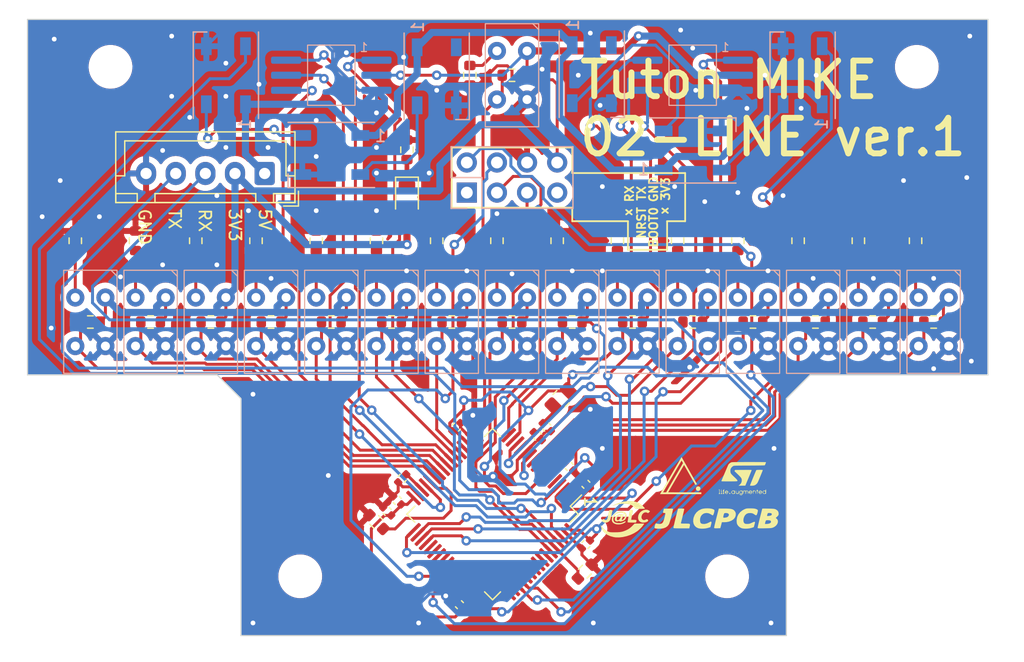
<source format=kicad_pcb>
(kicad_pcb (version 20221018) (generator pcbnew)
  (layers (0 "F.Cu" signal) (31 "B.Cu" signal) (34 "B.Paste" user) (35 "F.Paste" user) (36 "B.SilkS" user "B.Silkscreen") (37 "F.SilkS" user "F.Silkscreen") (38 "B.Mask" user) (39 "F.Mask" user) (44 "Edge.Cuts" user))
  (net 0 "")
  (net 1 "GND")
  (net 2 "NRST")
  (net 3 "Net-(U1-VCAP_1)")
  (net 4 "+3V3")
  (net 5 "Net-(U1-VDDA)")
  (net 6 "Net-(D1-K)")
  (net 7 "5V_LED")
  (net 8 "Net-(D2-DOUT)")
  (net 9 "LED_L")
  (net 10 "Net-(D3-DOUT)")
  (net 12 "Net-(D5-DOUT)")
  (net 13 "LED_R")
  (net 14 "Net-(D6-DOUT)")
  (net 17 "BOOT0")
  (net 18 "UART1_TX")
  (net 20 "UART1_RX")
  (net 21 "UART3_RX")
  (net 22 "UART3_TX")
  (net 23 "Net-(U1-PB2)")
  (net 24 "Net-(U2-Cathode)")
  (net 25 "Net-(U3-Cathode)")
  (net 26 "Net-(U4-Cathode)")
  (net 27 "Net-(U5-Cathode)")
  (net 28 "Net-(U6-Cathode)")
  (net 29 "Net-(U7-Cathode)")
  (net 30 "Net-(U8-Cathode)")
  (net 31 "Net-(U9-Cathode)")
  (net 32 "photo_L_1")
  (net 33 "photo_L_2")
  (net 34 "photo_L_3")
  (net 35 "photo_L_4")
  (net 36 "photo_L_5")
  (net 37 "photo_L_6")
  (net 38 "photo_L_7")
  (net 39 "photo_center")
  (net 40 "Net-(U10-Cathode)")
  (net 41 "Net-(U11-Cathode)")
  (net 42 "Net-(U12-Cathode)")
  (net 43 "Net-(U13-Cathode)")
  (net 44 "Net-(U14-Cathode)")
  (net 45 "Net-(U15-Cathode)")
  (net 46 "Net-(U16-Cathode)")
  (net 47 "Net-(U17-Cathode)")
  (net 48 "photo_R_1")
  (net 49 "photo_R_2")
  (net 50 "photo_R_3")
  (net 51 "photo_R_4")
  (net 52 "photo_R_5")
  (net 53 "photo_R_6")
  (net 54 "photo_R_7")
  (net 55 "photo_front")
  (net 59 "Range1")
  (net 60 "Dout2")
  (net 61 "Gate2")
  (net 62 "CK2")
  (net 63 "Range2")
  (net 80 "Dout1")
  (net 81 "Gate1")
  (net 82 "CK1")
  (footprint "Resistor_SMD:R_0603_1608Metric" (layer "F.Cu") (at 148.59 106.68 90)
    (fp_text reference "R15" hide)
    (fp_text value "120" hide)
  )
  (footprint "Capacitor_SMD:C_0402_1005Metric" (layer "F.Cu") (at 156.094625 132.316319 45)
    (fp_text reference "C8" hide)
    (fp_text value "100n" hide)
  )
  (footprint "Resistor_SMD:R_0805_2012Metric" (layer "F.Cu") (at 154 120 -135)
    (fp_text reference "FB1" hide)
    (fp_text value "FerriteBead" hide)
  )
  (footprint "Capacitor_SMD:C_0402_1005Metric" (layer "F.Cu") (at 156.094625 127.236319 -45)
    (fp_text reference "C3" hide)
    (fp_text value "100n" hide)
  )
  (footprint "Resistor_SMD:R_0603_1608Metric" (layer "F.Cu") (at 180.277 113.538 180)
    (fp_text reference "R21" hide)
    (fp_text value "1k" hide)
  )
  (footprint "Resistor_SMD:R_0603_1608Metric" (layer "F.Cu") (at 160.02 113.538 180)
    (fp_text reference "R17" hide)
    (fp_text value "1k" hide)
  )
  (footprint "Resistor_SMD:R_0603_1608Metric" (layer "F.Cu") (at 138.43 106.68 90)
    (fp_text reference "R25" hide)
    (fp_text value "120" hide)
  )
  (footprint "Resistor_SMD:R_0603_1608Metric" (layer "F.Cu") (at 146.304 92.71 -90)
    (fp_text reference "R31" hide)
    (fp_text value "120" hide)
  )
  (footprint "Package_QFP:LQFP-64_10x10mm_P0.5mm" (layer "F.Cu") (at 148.220625 129.757713 -135)
    (fp_text reference "U1" hide)
    (fp_text value "STM32F446RETx" hide)
  )
  (footprint "Resistor_SMD:R_0603_1608Metric" (layer "F.Cu") (at 124.46 113.538 180)
    (fp_text reference "R36" hide)
    (fp_text value "1k" hide)
  )
  (footprint "Capacitor_SMD:C_0402_1005Metric" (layer "F.Cu") (at 152.792625 122.410319 135)
    (fp_text reference "C10" hide)
    (fp_text value "1u" hide)
  )
  (footprint "Resistor_SMD:R_0603_1608Metric" (layer "F.Cu") (at 119.38 113.538 180)
    (fp_text reference "R37" hide)
    (fp_text value "1k" hide)
  )
  (footprint "Resistor_SMD:R_0603_1608Metric" (layer "F.Cu") (at 175.451 113.538 180)
    (fp_text reference "R20" hide)
    (fp_text value "1k" hide)
  )
  (footprint "Resistor_SMD:R_0603_1608Metric" (layer "F.Cu") (at 168.91 106.68 90)
    (fp_text reference "R11" hide)
    (fp_text value "120" hide)
  )
  (footprint "Capacitor_SMD:C_0402_1005Metric" (layer "F.Cu") (at 154.686 125.73 135)
    (fp_text reference "C1" hide)
    (fp_text value "100n" hide)
  )
  (footprint "Resistor_SMD:R_0603_1608Metric" (layer "F.Cu") (at 170.18 113.538 180)
    (fp_text reference "R19" hide)
    (fp_text value "1k" hide)
  )
  (footprint "Resistor_SMD:R_0603_1608Metric" (layer "F.Cu") (at 163.83 106.68 90)
    (fp_text reference "R10" hide)
    (fp_text value "120" hide)
  )
  (footprint "Resistor_SMD:R_0603_1608Metric" (layer "F.Cu") (at 144.78 113.538 180)
    (fp_text reference "R32" hide)
    (fp_text value "1k" hide)
  )
  (footprint "Resistor_SMD:R_0603_1608Metric" (layer "F.Cu") (at 183.896 106.68 90)
    (fp_text reference "R14" hide)
    (fp_text value "120" hide)
  )
  (footprint "MountingHole:MountingHole_3.2mm_M3" (layer "F.Cu") (at 184 92)
    (fp_text reference "REF**" hide)
    (fp_text value "MountingHole_3.2mm_M3" hide)
  )
  (footprint "Capacitor_SMD:C_0402_1005Metric" (layer "F.Cu") (at 152.030625 123.172319 135)
    (fp_text reference "C9" hide)
    (fp_text value "100n" hide)
  )
  (footprint "Resistor_SMD:R_0603_1608Metric" (layer "F.Cu") (at 118.11 106.68 90)
    (fp_text reference "R29" hide)
    (fp_text value "120" hide)
  )
  (footprint "logo:st_logo_small" (layer "F.Cu") (at 169.291 126.746)
    (fp_text reference "G***" hide)
    (fp_text value "LOGO" hide)
  )
  (footprint "Capacitor_SMD:C_0402_1005Metric" (layer "F.Cu") (at 139.330625 129.522319 135)
    (fp_text reference "C7" hide)
    (fp_text value "4.7u" hide)
  )
  (footprint "logo:tuton_logo_small" (layer "F.Cu") (at 164.084 126.492)
    (fp_text reference "G***" hide)
    (fp_text value "LOGO" hide)
  )
  (footprint "Resistor_SMD:R_0603_1608Metric" (layer "F.Cu") (at 173.99 106.68 90)
    (fp_text reference "R12" hide)
    (fp_text value "120" hide)
  )
  (footprint "Capacitor_SMD:C_0402_1005Metric" (layer "F.Cu") (at 140.178036 128.59173 -45)
    (fp_text reference "C5" hide)
    (fp_text value "100n" hide)
  )
  (footprint "Resistor_SMD:R_0603_1608Metric" (layer "F.Cu") (at 141 99 -90)
    (fp_text reference "R3" hide)
    (fp_text value "470" hide)
  )
  (footprint "Resistor_SMD:R_0603_1608Metric" (layer "F.Cu") (at 139.7 113.538 180)
    (fp_text reference "R33" hide)
    (fp_text value "1k" hide)
  )
  (footprint "Resistor_SMD:R_0603_1608Metric" (layer "F.Cu") (at 114.3 113.538 180)
    (fp_text reference "R38" hide)
    (fp_text value "1k" hide)
  )
  (footprint "Resistor_SMD:R_0603_1608Metric" (layer "F.Cu") (at 156 134.602319 45)
    (fp_text reference "R1" hide)
    (fp_text value "10k" hide)
  )
  (footprint "Resistor_SMD:R_0603_1608Metric" (layer "F.Cu") (at 185.42 113.538 180)
    (fp_text reference "R22" hide)
    (fp_text value "1k" hide)
  )
  (footprint "Capacitor_SMD:C_0402_1005Metric" (layer "F.Cu") (at 145.426625 137.396319 -45)
    (fp_text reference "C6" hide)
    (fp_text value "100n" hide)
  )
  (footprint "MountingHole:MountingHole_3.2mm_M3" (layer "F.Cu") (at 132 135)
    (fp_text reference "REF**" hide)
    (fp_text value "MountingHole_3.2mm_M3" hide)
  )
  (footprint "Resistor_SMD:R_0603_1608Metric" (layer "F.Cu") (at 154.94 113.538 180)
    (fp_text reference "R16" hide)
    (fp_text value "1k" hide)
  )
  (footprint "Resistor_SMD:R_0603_1608Metric" (layer "F.Cu") (at 153.67 106.68 90)
    (fp_text reference "R8" hide)
    (fp_text value "120" hide)
  )
  (footprint "Resistor_SMD:R_0603_1608Metric" (layer "F.Cu") (at 149.86 92.71 180)
    (fp_text reference "R39" hide)
    (fp_text value "1k" hide)
  )
  (footprint "LED_SMD:LED_0805_2012Metric" (layer "F.Cu") (at 141 103 -90)
    (fp_text reference "D1" hide)
    (fp_text value "LED_GREEN" hide)
  )
  (footprint "Resistor_SMD:R_0603_1608Metric" (layer "F.Cu") (at 133.35 106.68 90)
    (fp_text reference "R26" hide)
    (fp_text value "120" hide)
  )
  (footprint "Resistor_SMD:R_0603_1608Metric" (layer "F.Cu") (at 149.86 113.538 180)
    (fp_text reference "R23" hide)
    (fp_text value "1k" hide)
  )
  (footprint "Resistor_SMD:R_0603_1608Metric" (layer "F.Cu") (at 158.75 106.68 90)
    (fp_text reference "R9" hide)
    (fp_text value "120" hide)
  )
  (footprint "MountingHole:MountingHole_3.2mm_M3" (layer "F.Cu") (at 116 92)
    (fp_text reference "REF**" hide)
    (fp_text value "MountingHole_3.2mm_M3" hide)
  )
  (footprint "logo:jlcpcb_logo" (layer "F.Cu") (at 164.846 130.175)
    (fp_text reference "G***" hide)
    (fp_text value "LOGO" hide)
  )
  (footprint "Resistor_SMD:R_0603_1608Metric" (layer "F.Cu") (at 113.03 106.68 90)
    (fp_text reference "R30" hide)
    (fp_text value "120" hide)
  )
  (footprint "Connector_JST:JST_XH_B5B-XH-A_1x05_P2.50mm_Vertical" (layer "F.Cu") (at 129 101 180)
    (fp_text reference "J3" hide)
    (fp_text value "Conn_01x05" hide)
  )
  (footprint "Resistor_SMD:R_0603_1608Metric" (layer "F.Cu") (at 138.416637 130.416637 135)
    (fp_text reference "R2" hide)
    (fp_text value "10k" hide)
  )
  (footprint "Resistor_SMD:R_0603_1608Metric" (layer "F.Cu") (at 134.62 113.538 180)
    (fp_text reference "R34" hide)
    (fp_text value "1k" hide)
  )
  (footprint "MountingHole:MountingHole_3.2mm_M3" (layer "F.Cu") (at 168 135)
    (fp_text reference "REF**" hide)
    (fp_text value "MountingHole_3.2mm_M3" hide)
  )
  (footprint "Resistor_SMD:R_0603_1608Metric" (layer "F.Cu") (at 128.27 106.68 90)
    (fp_text reference "R27" hide)
    (fp_text value "120" hide)
  )
  (footprint "Resistor_SMD:R_0603_1608Metric" (layer "F.Cu") (at 165.1 113.538 180)
    (fp_text reference "R18" hide)
    (fp_text value "1k" hide)
  )
  (footprint "Resistor_SMD:R_0603_1608Metric" (layer "F.Cu") (at 123.19 106.68 90)
    (fp_text reference "R28" hide)
    (fp_text value "120" hide)
  )
  (footprint "Resistor_SMD:R_0603_1608Metric" (layer "F.Cu") (at 129.54 113.538 180)
    (fp_text reference "R35" hide)
    (fp_text value "1k" hide)
  )
  (footprint "Capacitor_SMD:C_0402_1005Metric" (layer "F.Cu") (at 145.172625 122.410319 -135)
    (fp_text reference "C4" hide)
    (fp_text value "100n" hide)
  )
  (footprint "Resistor_SMD:R_0603_1608Metric" (layer "F.Cu") (at 179.07 106.68 90)
    (fp_text reference "R13" hide)
    (fp_text value "120" hide)
  )
  (footprint "Resistor_SMD:R_0603_1608Metric" (layer "F.Cu") (at 143.51 106.68 90)
    (fp_text reference "R24" hide)
    (fp_text value "120" hide)
  )
  (footprint "Capacitor_SMD:C_0402_1005Metric" (layer "F.Cu") (at 140.600625 126.728319 -135)
    (fp_text reference "C2" hide)
    (fp_text value "4.7u" hide)
  )
  (footprint "Akiduki:LBR127HLD" (layer "B.Cu") (at 114.3 113.52 90)
    (fp_text reference "U16" hide)
    (fp_text value "~" hide)
  )
  (footprint "LED_SMD:LED_WS2812B_PLCC4_5.0x5.0mm_P3.2mm" (layer "B.Cu") (at 174.37 92.71 90)
    (fp_text reference "D5" hide)
    (fp_text value "WS2812B" hide)
  )
  (footprint "LED_SMD:LED_WS2812B_PLCC4_5.0x5.0mm_P3.2mm" (layer "B.Cu") (at 165.1 99.06)
    (fp_text reference "D6" hide)
    (fp_text value "WS2812B" hide)
  )
  (footprint "LED_SMD:LED_WS2812B_PLCC4_5.0x5.0mm_P3.2mm" (layer "B.Cu") (at 143.51 92.8 -90)
    (fp_text reference "D4" hide)
    (fp_text value "WS2812B" hide)
  )
  (footprint "Akiduki:LBR127HLD" (layer "B.Cu") (at 149.86 92.71 90)
    (fp_text reference "U17" hide)
    (fp_text value "~" hide)
  )
  (footprint "Akiduki:LBR127HLD" (layer "B.Cu") (at 180.34 113.52 90)
    (fp_text reference "U7" hide)
    (fp_text value "~" hide)
  )
  (footprint "Akiduki:LBR127HLD" (layer "B.Cu") (at 175.26 113.52 90)
    (fp_text reference "U6" hide)
    (fp_text value "~" hide)
  )
  (footprint "Akiduki:LBR127HLD" (layer "B.Cu") (at 160.02 113.52 90)
    (fp_text reference "U3" hide)
    (fp_text value "~" hide)
  )
  (footprint "Akiduki:LBR127HLD" (layer "B.Cu") (at 149.86 113.52 90)
    (fp_text reference "U9" hide)
    (fp_text value "~" hide)
  )
  (footprint "Akiduki:LBR127HLD" (layer "B.Cu") (at 134.62 113.52 90)
    (fp_text reference "U12" hide)
    (fp_text value "~" hide)
  )
  (footprint "Akiduki:LBR127HLD" (layer "B.Cu") (at 185.42 113.52 90)
    (fp_text reference "U8" hide)
    (fp_text value "~" hide)
  )
  (footprint "Akiduki:LBR127HLD" (layer "B.Cu") (at 144.78 113.52 90)
    (fp_text reference "U10" hide)
    (fp_text value "~" hide)
  )
  (footprint "Akiduki:LBR127HLD" (layer "B.Cu") (at 170.18 113.52 90)
    (fp_text reference "U5" hide)
    (fp_text value "~" hide)
  )
  (footprint "Akiduki:LBR127HLD" (layer "B.Cu") (at 124.46 113.52 90)
    (fp_text reference "U14" hide)
    (fp_text value "~" hide)
  )
  (footprint "LED_SMD:LED_WS2812B_PLCC4_5.0x5.0mm_P3.2mm" (layer "B.Cu") (at 134.62 99.44 180)
    (fp_text reference "D3" hide)
    (fp_text value "WS2812B" hide)
  )
  (footprint "Akiduki:LBR127HLD" (layer "B.Cu") (at 154.94 113.52 90)
    (fp_text reference "U2" hide)
    (fp_text value "~" hide)
  )
  (footprint "Akiduki:LBR127HLD" (layer "B.Cu") (at 129.54 113.52 90)
    (fp_text reference "U13" hide)
    (fp_text value "~" hide)
  )
  (footprint "LED_SMD:LED_WS2812B_PLCC4_5.0x5.0mm_P3.2mm" (layer "B.Cu") (at 125.73 92.71 90)
    (fp_text reference "D2" hide)
    (fp_text value "WS2812B" hide)
  )
  (footprint "LED_SMD:LED_WS2812B_PLCC4_5.0x5.0mm_P3.2mm" (layer "B.Cu") (at 156.59 92.62 -90)
    (fp_text reference "D7" hide)
    (fp_text value "WS2812B" hide)
  )
  (footprint "Akiduki:LBR127HLD" (layer "B.Cu") (at 139.7 113.52 90)
    (fp_text reference "U11" hide)
    (fp_text value "~" hide)
  )
  (footprint "Akiduki:LBR127HLD" (layer "B.Cu") (at 165.1 113.52 90)
    (fp_text reference "U4" hide)
    (fp_text value "~" hide)
  )
  (footprint "Connector_PinSocket_2.54mm:PinSocket_2x04_P2.54mm_Vertical" (layer "B.Cu") (at 146.05 102.616 -90)
    (fp_text reference "J2" hide)
    (fp_text value "WRITER CONN" hide)
  )
  (footprint "Akiduki:LBR127HLD" (layer "B.Cu") (at 119.38 113.52 90)
    (fp_text reference "U15" hide)
    (fp_text value "~" hide)
  )
  (footprint "Akiduki:S9706" (layer "B.Cu") (at 165.1 92.71 180)
    (fp_text reference "U19" hide)
    (fp_text value "~" hide)
  )
  (footprint "Akiduki:S9706" (layer "B.Cu") (at 134.62 92.71 180)
    (fp_text reference "U18" hide)
    (fp_text value "~" hide)
  )
  (gr_line (start 154.94 103.886) (end 154.94 105.029) (stroke (width 0.15)) (layer "F.SilkS"))
  (gr_line (start 164.465 105.029) (end 162.941 105.029) (stroke (width 0.15)) (layer "F.SilkS"))
  (gr_line (start 159.639 105.029) (end 154.94 105.029) (stroke (width 0.15)) (layer "F.SilkS"))
  (gr_line (start 164.465 100.965) (end 164.465 105.029) (stroke (width 0.15)) (layer "F.SilkS"))
  (gr_line (start 154.94 98.806) (end 144.78 98.806) (stroke (width 0.15)) (layer "F.SilkS"))
  (gr_line (start 144.78 103.886) (end 154.94 103.886) (stroke (width 0.15)) (layer "F.SilkS"))
  (gr_line (start 144.78 98.806) (end 144.78 103.886) (stroke (width 0.15)) (layer "F.SilkS"))
  (gr_line (start 162.941 105.029) (end 162.941 107.442) (stroke (width 0.15)) (layer "F.SilkS"))
  (gr_line (start 159.639 107.442) (end 159.639 105.029) (stroke (width 0.15)) (layer "F.SilkS"))
  (gr_line (start 154.94 100.965) (end 164.465 100.965) (stroke (width 0.15)) (layer "F.SilkS"))
  (gr_line (start 162.941 107.442) (end 159.639 107.442) (stroke (width 0.15)) (layer "F.SilkS"))
  (gr_line (start 154.94 100.965) (end 154.94 98.806) (stroke (width 0.15)) (layer "F.SilkS"))
  (gr_line (start 173 140) (end 127 140) (stroke (width 0.1)) (layer "Edge.Cuts"))
  (gr_line (start 175 118) (end 173 120) (stroke (width 0.1)) (layer "Edge.Cuts"))
  (gr_line (start 125 118) (end 109 118) (stroke (width 0.1)) (layer "Edge.Cuts"))
  (gr_line (start 109 88) (end 190 88) (stroke (width 0.1)) (layer "Edge.Cuts"))
  (gr_line (start 127 120) (end 125 118) (stroke (width 0.1)) (layer "Edge.Cuts"))
  (gr_line (start 127 120) (end 127 140) (stroke (width 0.1)) (layer "Edge.Cuts"))
  (gr_line (start 190 118) (end 175 118) (stroke (width 0.1)) (layer "Edge.Cuts"))
  (gr_line (start 109 88) (end 109 118) (stroke (width 0.1)) (layer "Edge.Cuts"))
  (gr_line (start 190 88) (end 190 118) (stroke (width 0.1)) (layer "Edge.Cuts"))
  (gr_line (start 173 120) (end 173 140) (stroke (width 0.1)) (layer "Edge.Cuts"))
  (gr_text "RX" (at 159.766 103.505 90) (layer "F.SilkS") (effects (font (size 0.7 0.7)) (justify left)))
  (gr_text "x" (at 159.639 103.886 90) (layer "F.SilkS") (effects (font (size 0.7 0.7)) (justify right)))
  (gr_text "BOOT0" (at 161.798 103.759 90) (layer "F.SilkS") (effects (font (size 0.7 0.7)) (justify right)))
  (gr_text "GND" (at 161.798 103.505 90) (layer "F.SilkS") (effects (font (size 0.7 0.7)) (justify left)))
  (gr_text "Tuton MIKE\n02-LINE ver.1" (at 155.321 99.695) (layer "F.SilkS") (effects (font (size 3 3) (thickness 0.5) bold) (justify left bottom)))
  (gr_text "x" (at 162.687 103.759 90) (layer "F.SilkS") (effects (font (size 0.7 0.7)) (justify right)))
  (gr_text "GND" (at 118.872 103.886 -90) (layer "F.SilkS") (effects (font (size 1 1)) (justify left)))
  (gr_text "3V3" (at 162.814 103.378 90) (layer "F.SilkS") (effects (font (size 0.7 0.7)) (justify left)))
  (gr_text "TX" (at 160.782 103.378 90) (layer "F.SilkS") (effects (font (size 0.7 0.7)) (justify left)))
  (gr_text "5V" (at 129.032 103.886 -90) (layer "F.SilkS") (effects (font (size 1 1)) (justify left)))
  (gr_text "TX" (at 121.412 103.886 -90) (layer "F.SilkS") (effects (font (size 1 1)) (justify left)))
  (gr_text "1" (at 156.464 128.143 270) (layer "F.SilkS") (effects (font (size 1 1)) (justify left)))
  (gr_text "3V3" (at 126.492 103.886 -90) (layer "F.SilkS") (effects (font (size 1 1)) (justify left)))
  (gr_text "RX" (at 123.952 103.886 -90) (layer "F.SilkS") (effects (font (size 1 1)) (justify left)))
  (gr_text "NRST" (at 160.782 103.759 90) (layer "F.SilkS") (effects (font (size 0.7 0.7)) (justify right)))
  (segment (start 148.261 126.56745) (end 149.775245 126.56745) (width 0.25) (layer "F.Cu") (net 1))
  (segment (start 146.304 93.535) (end 146.986996 93.535) (width 0.25) (layer "F.Cu") (net 1))
  (segment (start 145.517624 137.056908) (end 145.087214 137.056908) (width 0.25) (layer "F.Cu") (net 1))
  (segment (start 150.303649 126.039046) (end 150.303649 125.199815) (width 0.25) (layer "F.Cu") (net 1))
  (segment (start 154.977766 120.904) (end 156.464 120.904) (width 0.25) (layer "F.Cu") (net 1))
  (segment (start 140.640539 127.447055) (end 140.261214 127.06773) (width 0.25) (layer "F.Cu") (net 1))
  (segment (start 153.132036 122.74973) (end 154.977766 120.904) (width 0.25) (layer "F.Cu") (net 1))
  (segment (start 146.505891 136.068641) (end 145.517624 137.056908) (width 0.25) (layer "F.Cu") (net 1))
  (segment (start 159.343 124.206) (end 160.274 123.275) (width 0.25) (layer "F.Cu") (net 1))
  (segment (start 140.261214 127.06773) (end 140.261214 127.82973) (width 0.25) (layer "F.Cu") (net 1))
  (segment (start 149.86 93.49) (end 151.13 94.76) (width 0.25) (layer "F.Cu") (net 1))
  (segment (start 150.303649 125.199815) (end 150.996019 124.507445) (width 0.25) (layer "F.Cu") (net 1))
  (segment (start 146.558 121.412) (end 146.558 116.078) (width 0.25) (layer "F.Cu") (net 1))
  (segment (start 157.48 124.206) (end 159.343 124.206) (width 0.25) (layer "F.Cu") (net 1))
  (segment (start 141.313773 127.447055) (end 140.640539 127.447055) (width 0.25) (layer "F.Cu") (net 1))
  (segment (start 145.899092 122.070908) (end 146.558 121.412) (width 0.25) (layer "F.Cu") (net 1))
  (segment (start 155.755214 133.190807) (end 156.583363 134.018956) (width 0.25) (layer "F.Cu") (net 1))
  (segment (start 139.838625 128.335497) (end 138.991214 129.182908) (width 0.25) (layer "F.Cu") (net 1))
  (segment (start 146.558 116.078) (end 146.05 115.57) (width 0.25) (layer "F.Cu") (net 1))
  (segment (start 149.775245 126.56745) (end 150.303649 126.039046) (width 0.25) (layer "F.Cu") (net 1))
  (segment (start 160.274 123.275) (end 171.027 123.275) (width 0.25) (layer "F.Cu") (net 1))
  (segment (start 148.59 97.536) (end 151.13 100.076) (width 1) (layer "F.Cu") (net 1))
  (segment (start 148.59 97.3) (end 148.59 97.536) (width 1) (layer "F.Cu") (net 1))
  (segment (start 139.838625 128.252319) (end 139.838625 128.335497) (width 0.25) (layer "F.Cu") (net 1))
  (segment (start 164.846 117.348) (end 164.846 117.094) (width 0.25) (layer "F.Cu") (net 1))
  (segment (start 140.261214 127.82973) (end 139.838625 128.252319) (width 0.25) (layer "F.Cu") (net 1))
  (segment (start 145.512036 122.070908) (end 145.512036 122.45293) (width 0.25) (layer "F.Cu") (net 1))
  (segment (start 145.512036 122.070908) (end 145.899092 122.070908) (width 0.25) (layer "F.Cu") (net 1))
  (segment (start 149.458004 91.91) (end 149.86 92.311996) (width 0.25) (layer "F.Cu") (net 1))
  (segment (start 155.714836 132.65573) (end 155.755214 132.65573) (width 0.25) (layer "F.Cu") (net 1))
  (segment (start 145.087214 137.056908) (end 144.676908 137.056908) (width 0.25) (layer "F.Cu") (net 1))
  (segment (start 156.379 123.275) (end 160.274 123.275) (width 0.25) (layer "F.Cu") (net 1))
  (segment (start 144.676908 137.056908) (end 144.272 136.652) (width 0.25) (layer "F.Cu") (net 1))
  (segment (start 145.512036 122.45293) (end 146.505891 123.446785) (width 0.25) (layer "F.Cu") (net 1))
  (segment (start 152.753734 122.74973) (end 150.996019 124.507445) (width 0.25) (layer "F.Cu") (net 1))
  (segment (start 155.025411 126.069411) (end 155.025411 126.167105) (width 0.25) (layer "F.Cu") (net 1))
  (segment (start 164.846 117.094) (end 166.37 115.57) (width 0.25) (layer "F.Cu") (net 1))
  (segment (start 153.132036 122.74973) (end 152.753734 122.74973) (width 0.25) (layer "F.Cu") (net 1))
  (segment (start 155.025411 126.069411) (end 155.244614 125.850208) (width 0.25) (layer "F.Cu") (net 1))
  (segment (start 148.59 97.3) (end 151.13 94.76) (width 1) (layer "F.Cu") (net 1))
  (segment (start 155.244614 124.409386) (end 156.379 123.275) (width 0.25) (layer "F.Cu") (net 1))
  (segment (start 146.986996 93.535) (end 148.611996 91.91) (width 0.25) (layer "F.Cu") (net 1))
  (segment (start 149.86 92.311996) (end 149.86 93.49) (width 0.25) (layer "F.Cu") (net 1))
  (segment (start 155.025411 126.167105) (end 155.755214 126.896908) (width 0.25) (layer "F.Cu") (net 1))
  (segment (start 155.755214 132.65573) (end 155.755214 133.190807) (width 0.25) (layer "F.Cu") (net 1))
  (segment (start 141.909697 128.042979) (end 141.313773 127.447055) (width 0.25) (layer "F.Cu") (net 1))
  (segment (start 155.244614 125.850208) (end 155.244614 124.409386) (width 0.25) (layer "F.Cu") (net 1))
  (segment (start 154.531553 131.472447) (end 155.714836 132.65573) (width 0.25) (layer "F.Cu") (net 1))
  (segment (start 171.027 123.275) (end 171.958 124.206) (width 0.25) (layer "F.Cu") (net 1))
  (segment (start 148.611996 91.91) (end 149.458004 91.91) (width 0.25) (layer "F.Cu") (net 1))
  (via (at 157.48 102.108) (size 0.8) (drill 0.4) (layers "F.Cu" "B.Cu") (net 1))
  (via (at 152.4 92.202) (size 0.8) (drill 0.4) (layers "F.Cu" "B.Cu") (net 1))
  (via (at 175.26 109.855) (size 0.8) (drill 0.4) (layers "F.Cu" "B.Cu") (net 1))
  (via (at 163.576 102.108) (size 0.8) (drill 0.4) (layers "F.Cu" "B.Cu") (net 1))
  (via (at 164.084 88.9) (size 0.8) (drill 0.4) (layers "F.Cu" "B.Cu") (net 1))
  (via (at 125.73 98.806) (size 0.8) (drill 0.4) (layers "F.Cu" "B.Cu") (net 1))
  (via (at 129.286 98.806) (size 0.8) (drill 0.4) (layers "F.Cu" "B.Cu") (net 1))
  (via (at 124.968 108.712) (size 0.8) (drill 0.4) (layers "F.Cu" "B.Cu") (net 1))
  (via (at 154.94 109.22) (size 0.8) (drill 0.4) (layers "F.Cu" "B.Cu") (net 1))
  (via (at 185.42 117.475) (size 0.8) (drill 0.4) (layers "F.Cu" "B.Cu") (net 1))
  (via (at 115.062 104.648) (size 0.8) (drill 0.4) (layers "F.Cu" "B.Cu") (net 1))
  (via (at 128.524 93.472) (size 0.8) (drill 0.4) (layers "F.Cu" "B.Cu") (net 1))
  (via (at 146.05 109.22) (size 0.8) (drill 0.4) (layers "F.Cu" "B.Cu") (net 1))
  (via (at 155.448 92.71) (size 0.8) (drill 0.4) (layers "F.Cu" "B.Cu") (net 1))
  (via (at 120.396 99.06) (size 0.8) (drill 0.4) (layers "F.Cu" "B.Cu") (net 1))
  (via (at 124.968 102.87) (size 0.8) (drill 0.4) (layers "F.Cu" "B.Cu") (net 1))
  (via (at 180.34 109.855) (size 0.8) (drill 0.4) (layers "F.Cu" "B.Cu") (net 1))
  (via (at 171.958 124.206) (size 0.8) (drill 0.4) (layers "F.Cu" "B.Cu") (net 1))
  (via (at 128.016 138.938) (size 0.8) (drill 0.4) (layers "F.Cu" "B.Cu") (net 1))
  (via (at 157.48 109.22) (size 0.8) (drill 0.4) (layers "F.Cu" "B.Cu") (net 1))
  (via (at 165.354 93.98) (size 0.8) (drill 0.4) (layers "F.Cu" "B.Cu") (net 1))
  (via (at 143.51 93.98) (size 0.8) (drill 0.4) (layers "F.Cu" "B.Cu") (net 1))
  (via (at 135.89 90.805) (size 0.8) (drill 0.4) (layers "F.Cu" "B.Cu") (net 1))
  (via (at 188.595 116.84) (size 0.8) (drill 0.4) (layers "F.Cu" "B.Cu") (net 1))
  (via (at 188.214 101.346) (size 0.8) (drill 0.4) (layers "F.Cu" "B.Cu") (net 1))
  (via (at 157.48 124.206) (size 0.8) (drill 0.4) (layers "F.Cu" "B.Cu") (net 1))
  (via (at 125.73 94.488) (size 0.8) (drill 0.4) (layers "F.Cu" "B.Cu") (net 1))
  (via (at 122.682 96.266) (size 0.8) (drill 0.4) (layers "F.Cu" "B.Cu") (net 1))
  (via (at 111.76 101.6) (size 0.8) (drill 0.4) (layers "F.Cu" "B.Cu") (net 1))
  (via (at 174.244 95.504) (size 0.8) (drill 0.4) (layers "F.Cu" "B.Cu") (net 1))
  (via (at 164.846 117.348) (size 0.8) (drill 0.4) (layers "F.Cu" "B.Cu") (net 1))
  (via (at 121.158 94.488) (size 0.8) (drill 0.4) (layers "F.Cu" "B.Cu") (net 1))
  (via (at 138.43 100.965) (size 0.8) (drill 0.4) (layers "F.Cu" "B.Cu") (net 1))
  (via (at 140.97 109.22) (size 0.8) (drill 0.4) (layers "F.Cu" "B.Cu") (net 1))
  (via (at 148.261 126.56745) (size 0.8) (drill 0.4) (layers "F.Cu" "B.Cu") (net 1))
  (via (at 138.43 104.14) (size 0.8) (drill 0.4) (layers "F.Cu" "B.Cu") (net 1))
  (via (at 129.54 109.855) (size 0.8) (drill 0.4) (layers "F.Cu" "B.Cu") (net 1))
  (via (at 140.716 91.186) (size 0.8) (drill 0.4) (layers "F.Cu" "B.Cu") (net 1))
  (via (at 156.464 120.904) (size 0.8) (drill 0.4) (layers "F.Cu" "B.Cu") (net 1))
  (via (at 188.468 89.408) (size 0.8) (drill 0.4) (layers "F.Cu" "B.Cu") (net 1))
  (via (at 156.464 89.154) (size 0.8) (drill 0.4) (layers "F.Cu" "B.Cu") (net 1))
  (via (at 168.91 102.616) (size 0.8) (drill 0.4) (layers "F.Cu" "B.Cu") (net 1))
  (via (at 133.35 104.14) (size 0.8) (drill 0.4) (layers "F.Cu" "B.Cu") (net 1))
  (via (at 172.72 102.87) (size 0.8) (drill 0.4) (layers "F.Cu" "B.Cu") (net 1))
  (via (at 182.88 101.6) (size 0.8) (drill 0.4) (layers "F.Cu" "B.Cu") (net 1))
  (via (at 111.252 89.662) (size 0.8) (drill 0.4) (layers "F.Cu" "B.Cu") (net 1))
  (via (at 166.37 109.22) (size 0.8) (drill 0.4) (layers "F.Cu" "B.Cu") (net 1))
  (via (at 144.272 136.652) (size 0.8) (drill 0.4) (layers "F.Cu" "B.Cu") (net 1))
  (via (at 120.396 108.712) (size 0.8) (drill 0.4) (layers "F.Cu" "B.Cu") (net 1))
  (via (at 171.704 138.938) (size 0.8) (drill 0.4) (layers "F.Cu" "B.Cu") (net 1))
  (via (at 133.35 96.52) (size 0.8) (drill 0.4) (layers "F.Cu" "B.Cu") (net 1))
  (via (at 127.635 104.14) (size 0.8) (drill 0.4) (layers "F.Cu" "B.Cu") (net 1))
  (via (at 156.718 138.938) (size 0.8) (drill 0.4) (layers "F.Cu" "B.Cu") (net 1))
  (via (at 148.59 104.394) (size 0.8) (drill 0.4) (layers "F.Cu" "B.Cu") (net 1))
  (via (at 141.986 138.938) (size 0.8) (drill 0.4) (layers "F.Cu" "B.Cu") (net 1))
  (via (at 134.366 126.492) (size 0.8) (drill 0.4) (layers "F.Cu" "B.Cu") (net 1))
  (via (at 169.672 95.504) (size 0.8) (drill 0.4) (layers "F.Cu" "B.Cu") (net 1))
  (via (at 110.236 104.648) (size 0.8) (drill 0.4) (layers "F.Cu" "B.Cu") (net 1))
  (via (at 110.998 114.046) (size 0.8) (drill 0.4) (layers "F.Cu" "B.Cu") (net 1))
  (via (at 165.1 90.424) (size 0.8) (drill 0.4) (layers "F.Cu" "B.Cu") (net 1))
  (via (at 185.42 109.855) (size 0.8) (drill 0.4) (layers "F.Cu" "B.Cu") (net 1))
  (via (at 142.875 100.965) (size 0.8) (drill 0.4) (layers "F.Cu" "B.Cu") (net 1))
  (via (at 146.558 121.412) (size 0.8) (drill 0.4) (layers "F.Cu" "B.Cu") (net 1))
  (via (at 171.45 109.22) (size 0.8) (drill 0.4) (layers "F.Cu" "B.Cu") (net 1))
  (via (at 116.84 109.728) (size 0.8) (drill 0.4) (layers "F.Cu" "B.Cu") (net 1))
  (via (at 138.43 98.806) (size 0.8) (drill 0.4) (layers "F.Cu" "B.Cu") (net 1))
  (via (at 121.158 89.408) (size 0.8) (drill 0.4) (layers "F.Cu" "B.Cu") (net 1))
  (via (at 166.116 103.378) (size 0.8) (drill 0.4) (layers "F.Cu" "B.Cu") (net 1))
  (via (at 138.43 95.885) (size 0.8) (drill 0.4) (layers "F.Cu" "B.Cu") (net 1))
  (via (at 149.86 109.474) (size 0.8) (drill 0.4) (layers "F.Cu" "B.Cu") (net 1))
  (via (at 128.016 119.634) (size 0.8) (drill 0.4) (layers "F.Cu" "B.Cu") (net 1))
  (via (at 125.73 91.694) (size 0.8) (drill 0.4) (layers "F.Cu" "B.Cu") (net 1))
  (via (at 175.514 92.71) (size 0.8) (drill 0.4) (layers "F.Cu" "B.Cu") (net 1))
  (via (at 171.196 92.71) (size 0.8) (drill 0.4) (layers "F.Cu" "B.Cu") (net 1))
  (via (at 157.289 95.25) (size 0.8) (drill 0.4) (layers "F.Cu" "B.Cu") (net 1))
  (via (at 133.35 99.568) (size 0.8) (drill 0.4) (layers "F.Cu" "B.Cu") (net 1))
  (segment (start 144.103 136.483) (end 142.907695 136.483) (width 0.25) (layer "B.Cu") (net 1))
  (segment (start 166.37 115.57) (end 167.457 114.483) (width 0.25) (layer "B.Cu") (net 1))
  (segment (start 144.272 136.652) (end 144.103 136.483) (width 0.25) (layer "B.Cu") (net 1))
  (segment (start 158.24 95.07) (end 157.469 95.07) (width 1) (layer "B.Cu") (net 1))
  (segment (start 151.13 100.076) (end 150.441701 100.076) (width 0.25) (layer "B.Cu") (net 1))
  (segment (start 168.91 93.98) (end 165.354 93.98) (width 1) (layer "B.Cu") (net 1))
  (segment (start 167.457 114.483) (end 170.363 114.483) (width 0.25) (layer "B.Cu") (net 1))
  (segment (start 147.348645 126.56745) (end 148.261 126.56745) (width 0.25) (layer "B.Cu") (net 1))
  (segment (start 146.558 125.776805) (end 147.348645 126.56745) (width 0.25) (layer "B.Cu") (net 1))
  (segment (start 146.558 121.412) (end 146.558 125.776805) (width 0.25) (layer "B.Cu") (net 1))
  (segment (start 132.925305 88.9) (end 125.44 88.9) (width 0.25) (layer "B.Cu") (net 1))
  (segment (start 141.986 137.404695) (end 141.986 138.938) (width 0.25) (layer "B.Cu") (net 1))
  (segment (start 156.464 123.19) (end 157.48 124.206) (width 0.25) (layer "B.Cu") (net 1))
  (segment (start 134.725 90.699695) (end 132.925305 88.9) (width 0.25) (layer "B.Cu") (net 1))
  (segment (start 170.363 114.483) (end 171.45 115.57) (width 0.25) (layer "B.Cu") (net 1))
  (segment (start 125.44 88.9) (end 124.08 90.26) (width 0.25) (layer "B.Cu") (net 1))
  (segment (start 142.907695 136.483) (end 141.986 137.404695) (width 0.25) (layer "B.Cu") (net 1))
  (segment (start 156.464 120.904) (end 156.464 123.19) (width 0.25) (layer "B.Cu") (net 1))
  (segment (start 161.29 115.57) (end 162.968 117.248) (width 1) (layer "B.Cu") (net 1))
  (segment (start 134.725 91.725707) (end 134.725 90.699695) (width 0.25) (layer "B.Cu") (net 1))
  (segment (start 136.979293 93.98) (end 134.725 91.725707) (width 0.25) (layer "B.Cu") (net 1))
  (segment (start 162.968 117.248) (end 164.846 117.248) (width 1) (layer "B.Cu") (net 1))
  (segment (start 138.43 93.98) (end 136.979293 93.98) (width 0.25) (layer "B.Cu") (net 1))
  (segment (start 157.469 95.07) (end 157.289 95.25) (width 1) (layer "B.Cu") (net 1))
  (segment (start 138.43 93.98) (end 138.43 95.885) (width 0.25) (layer "B.Cu") (net 1))
  (segment (start 152.305 103.615) (end 152.305 102.129299) (width 0.25) (layer "F.Cu") (net 2))
  (segment (start 147.95 127.376) (end 148.486701 127.376) (width 0.25) (layer "F.Cu") (net 2))
  (segment (start 147.5365 126.9625) (end 147.95 127.376) (width 0.25) (layer "F.Cu") (net 2))
  (segment (start 151.022998 128.016) (end 152.763786 126.275212) (width 0.25) (layer "F.Cu") (net 2))
  (segment (start 152.305 102.129299) (end 151.426701 101.251) (width 0.25) (layer "F.Cu") (net 2))
  (segment (start 153.648409 125.390589) (end 154.346589 125.390589) (width 0.25) (layer "F.Cu") (net 2))
  (segment (start 149.1745 120.169549) (end 152.217 117.127049) (width 0.25) (layer "F.Cu") (net 2))
  (segment (start 152.763786 126.275212) (end 153.648409 125.390589) (width 0.25) (layer "F.Cu") (net 2))
  (segment (start 152.217 117.127049) (end 152.217 103.703) (width 0.25) (layer "F.Cu") (net 2))
  (segment (start 147.5365 125.73) (end 147.5365 126.9625) (width 0.25) (layer "F.Cu") (net 2))
  (segment (start 149.955 101.251) (end 148.59 102.616) (width 0.25) (layer "F.Cu") (net 2))
  (segment (start 151.426701 101.251) (end 149.955 101.251) (width 0.25) (layer "F.Cu") (net 2))
  (segment (start 152.217 103.703) (end 152.305 103.615) (width 0.25) (layer "F.Cu") (net 2))
  (segment (start 149.126701 128.016) (end 151.022998 128.016) (width 0.25) (layer "F.Cu") (net 2))
  (segment (start 148.486701 127.376) (end 149.126701 128.016) (width 0.25) (layer "F.Cu") (net 2))
  (via (at 149.1745 120.169549) (size 0.8) (drill 0.4) (layers "F.Cu" "B.Cu") (net 2))
  (via (at 147.5365 125.73) (size 0.8) (drill 0.4) (layers "F.Cu" "B.Cu") (net 2))
  (segment (start 148.054997 122.945003) (end 149.1745 121.8255) (width 0.25) (layer "B.Cu") (net 2))
  (segment (start 148.054997 125.211503) (end 148.054997 122.945003) (width 0.25) (layer "B.Cu") (net 2))
  (segment (start 147.5365 125.73) (end 148.054997 125.211503) (width 0.25) (layer "B.Cu") (net 2))
  (segment (start 149.1745 121.8255) (end 149.1745 120.169549) (width 0.25) (layer "B.Cu") (net 2))
  (segment (start 140.962732 126.388908) (end 142.26325 127.689426) (width 0.25) (layer "F.Cu") (net 3))
  (segment (start 140.940036 126.388908) (end 140.962732 126.388908) (width 0.25) (layer "F.Cu") (net 3))
  (segment (start 153.289 93.091) (end 153.67 93.472) (width 0.25) (layer "F.Cu") (net 4))
  (segment (start 138 130.974694) (end 138 133.428) (width 0.25) (layer "F.Cu") (net 4))
  (segment (start 156.653239 125.653239) (end 156 125) (width 0.25) (layer "F.Cu") (net 4))
  (segment (start 141 107) (end 141 103.9375) (width 0.6) (layer "F.Cu") (net 4))
  (segment (start 130.81 113.093) (end 130.365 113.538) (width 0.25) (layer "F.Cu") (net 4))
  (segment (start 146.05 111.47) (end 146.05 113.093) (width 0.25) (layer "F.Cu") (net 4))
  (segment (start 150.685 92.71) (end 151.882695 92.71) (width 0.25) (layer "F.Cu") (net 4))
  (segment (start 151.13 113.093) (end 150.685 113.538) (width 0.25) (layer "F.Cu") (net 4))
  (segment (start 156.4565 113.538) (end 157 114.0815) (width 0.25) (layer "F.Cu") (net 4))
  (segment (start 145.796 120.888918) (end 144.614011 122.070907) (width 0.25) (layer "F.Cu") (net 4))
  (segment (start 156.21 113.093) (end 155.765 113.538) (width 0.25) (layer "F.Cu") (net 4))
  (segment (start 181.61 111.47) (end 181.61 113.03) (width 0.25) (layer "F.Cu") (net 4))
  (segment (start 145.766036 137.73573) (end 148.73573 137.73573) (width 0.25) (layer "F.Cu") (net 4))
  (segment (start 120.65 111.47) (end 120.65 113.093) (width 0.25) (layer "F.Cu") (net 4))
  (segment (start 157 131) (end 157 131.410944) (width 0.25) (layer "F.Cu") (net 4))
  (segment (start 154.885106 128.396532) (end 159.57887 128.396532) (width 0.25) (layer "F.Cu") (net 4))
  (segment (start 141.021535 128.931141) (end 141.556144 128.396532) (width 0.25) (layer "F.Cu") (net 4))
  (segment (start 140.97 111.47) (end 140.97 113.093) (width 0.25) (layer "F.Cu") (net 4))
  (segment (start 139.670036 129.86173) (end 139.112964 129.86173) (width 0.25) (layer "F.Cu") (net 4))
  (segment (start 144.614011 122.070907) (end 144.614011 122.530527) (width 0.25) (layer "F.Cu") (net 4))
  (segment (start 146.859444 136.642322) (end 145.766036 137.73573) (width 0.25) (layer "F.Cu") (net 4))
  (segment (start 161.29 113.093) (end 160.845 113.538) (width 0.25) (layer "F.Cu") (net 4))
  (segment (start 135.89 111.47) (end 135.89 113.093) (width 0.25) (layer "F.Cu") (net 4))
  (segment (start 156.21 111.47) (end 156.21 113.093) (width 0.25) (layer "F.Cu") (net 4))
  (segment (start 156.434036 127.57573) (end 156.653239 127.356527) (width 0.25) (layer "F.Cu") (net 4))
  (segment (start 138 133.428) (end 143.002 138.43) (width 0.25) (layer "F.Cu") (net 4))
  (segment (start 145.796 120.142) (end 145.796 120.888918) (width 0.25) (layer "F.Cu") (net 4))
  (segment (start 155.765 113.538) (end 156.4565 113.538) (width 0.25) (layer "F.Cu") (net 4))
  (segment (start 154.885106 131.118894) (end 155.576022 131.118894) (width 0.25) (layer "F.Cu") (net 4))
  (segment (start 146.152338 123.800338) (end 145.10173 122.74973) (width 0.25) (layer "F.Cu") (net 4))
  (segment (start 120.65 113.093) (end 120.205 113.538) (width 0.25) (layer "F.Cu") (net 4))
  (segment (start 148.73573 137.73573) (end 149 138) (width 0.25) (layer "F.Cu") (net 4))
  (segment (start 145.10173 122.74973) (end 144.833214 122.74973) (width 0.25) (layer "F.Cu") (net 4))
  (segment (start 154.645235 119.354765) (end 152.9057 119.354765) (width 0.25) (layer "F.Cu") (net 4))
  (segment (start 154.645235 118.304861) (end 154.975048 117.975048) (width 0.25) (layer "F.Cu") (net 4))
  (segment (start 152.9057 119.354765) (end 151.255783 121.004682) (width 0.25) (layer "F.Cu") (net 4))
  (segment (start 125.73 111.47) (end 125.73 113.093) (width 0.25) (layer "F.Cu") (net 4))
  (segment (start 186.245 111.915) (end 186.69 111.47) (width 0.25) (layer "F.Cu") (net 4))
  (segment (start 181.61 113.03) (end 181.102 113.538) (width 0.25) (layer "F.Cu") (net 4))
  (segment (start 140.517447 129.014319) (end 139.670036 129.86173) (width 0.25) (layer "F.Cu") (net 4))
  (segment (start 166.37 113.093) (end 165.925 113.538) (width 0.25) (layer "F.Cu") (net 4))
  (segment (start 144.614011 122.530527) (end 144.833214 122.74973) (width 0.25) (layer "F.Cu") (net 4))
  (segment (start 151.13 90.66) (end 151.13 92.265) (width 0.25) (layer "F.Cu") (net 4))
  (segment (start 115.57 111.47) (end 115.57 113.093) (width 0.25) (layer "F.Cu") (net 4))
  (segment (start 139.112964 129.86173) (end 138 130.974694) (width 0.25) (layer "F.Cu") (net 4))
  (segment (start 176.53 111.47) (end 176.53 113.284) (width 0.25) (layer "F.Cu") (net 4))
  (segment (start 161.29 111.47) (end 161.29 113.093) (width 0.25) (layer "F.Cu") (net 4))
  (segment (start 186.245 113.538) (end 186.245 111.915) (width 0.25) (layer "F.Cu") (net 4))
  (segment (start 143.002 138.43) (end 145.071766 138.43) (width 0.25) (layer "F.Cu") (net 4))
  (segment (start 155.613234 128.396532) (end 154.885106 128.396532) (width 0.25) (layer "F.Cu") (net 4))
  (segment (start 146.859444 136.422194) (end 146.859444 136.642322) (width 0.25) (layer "F.Cu") (net 4))
  (segment (start 143.51 92.71) (end 140.462 92.71) (width 0.25) (layer "F.Cu") (net 4))
  (segment (start 159.276 90.66) (end 151.13 90.66) (width 0.6) (layer "F.Cu") (net 4))
  (segment (start 176.53 113.284) (end 176.276 113.538) (width 0.25) (layer "F.Cu") (net 4))
  (segment (start 140.97 113.093) (end 140.525 113.538) (width 0.25) (layer "F.Cu") (net 4))
  (segment (start 151.13 111.47) (end 151.13 113.093) (width 0.25) (layer "F.Cu") (net 4))
  (segment (start 156.434036 127.57573) (end 155.613234 128.396532) (width 0.25) (layer "F.Cu") (net 4))
  (segment (start 151.882695 92.71) (end 152.263695 93.091) (width 0.25) (layer "F.Cu") (net 4))
  (segment (start 171.45 111.47) (end 171.45 113.093) (width 0.25) (layer "F.Cu") (net 4))
  (segment (start 125.73 113.093) (end 125.285 113.538) (width 0.25) (layer "F.Cu") (net 4))
  (segment (start 159.57887 128.396532) (end 159.987701 127.987701) (width 0.25) (layer "F.Cu") (net 4))
  (segment (start 186.69 113.093) (end 186.245 113.538) (width 0.25) (layer "F.Cu") (net 4))
  (segment (start 146.05 113.093) (end 145.605 113.538) (width 0.25) (layer "F.Cu") (net 4))
  (segment (start 154.645235 119.354765) (end 154.645235 118.304861) (width 0.25) (layer "F.Cu") (net 4))
  (segment (start 155.576022 131.118894) (end 156.434036 131.976908) (width 0.25) (layer "F.Cu") (net 4))
  (segment (start 130.81 111.47) (end 130.81 113.093) (width 0.25) (layer "F.Cu") (net 4))
  (segment (start 151.13 92.265) (end 150.685 92.71) (width 0.25) (layer "F.Cu") (net 4))
  (segment (start 160.528 89.408) (end 159.276 90.66) (width 0.6) (layer "F.Cu") (net 4))
  (segment (start 171.45 113.093) (end 171.005 113.538) (width 0.25) (layer "F.Cu") (net 4))
  (segment (start 145.071766 138.43) (end 145.766036 137.73573) (width 0.25) (layer "F.Cu") (net 4))
  (segment (start 135.89 113.093) (end 135.445 113.538) (width 0.25) (layer "F.Cu") (net 4))
  (segment (start 140.517447 128.931141) (end 141.021535 128.931141) (width 0.25) (layer "F.Cu") (net 4))
  (segment (start 157 131.410944) (end 156.434036 131.976908) (width 0.25) (layer "F.Cu") (net 4))
  (segment (start 115.57 113.093) (end 115.125 113.538) (width 0.25) (layer "F.Cu") (net 4))
  (segment (start 140.517447 128.931141) (end 140.517447 129.014319) (width 0.25) (layer "F.Cu") (net 4))
  (segment (start 156.653239 127.356527) (end 156.653239 125.653239) (width 0.25) (layer "F.Cu") (net 4))
  (segment (start 166.37 111.47) (end 166.37 113.093) (width 0.25) (layer "F.Cu") (net 4))
  (segment (start 153.67 93.472) (end 153.67 100.076) (width 0.25) (layer "F.Cu") (net 4))
  (segment (start 152.263695 93.091) (end 153.289 93.091) (width 0.25) (layer "F.Cu") (net 4))
  (via (at 149 138) (size 0.8) (drill 0.4) (layers "F.Cu" "B.Cu") (net 4))
  (via (at 143.51 92.71) (size 0.8) (drill 0.4) (layers "F.Cu" "B.Cu") (net 4))
  (via (at 151.255783 121.004682) (size 0.8) (drill 0.4) (layers "F.Cu" "B.Cu") (net 4))
  (via (at 156 125) (size 0.8) (drill 0.4) (layers "F.Cu" "B.Cu") (net 4))
  (via (at 145.796 120.142) (size 0.8) (drill 0.4) (layers "F.Cu" "B.Cu") (net 4))
  (via (at 154.975048 117.975048) (size 0.8) (drill 0.4) (layers "F.Cu" "B.Cu") (net 4))
  (via (at 157 114.0815) (size 0.8) (drill 0.4) (layers "F.Cu" "B.Cu") (net 4))
  (via (at 140.462 92.71) (size 0.8) (drill 0.4) (layers "F.Cu" "B.Cu") (net 4))
  (via (at 141 107) (size 0.8) (drill 0.4) (layers "F.Cu" "B.Cu") (net 4))
  (via (at 159.987701 127.987701) (size 0.8) (drill 0.4) (layers "F.Cu" "B.Cu") (net 4))
  (via (at 160.528 89.408) (size 0.8) (drill 0.4) (layers "F.Cu" "B.Cu") (net 4))
  (via (at 157 131) (size 0.8) (drill 0.4) (layers "F.Cu" "B.Cu") (net 4))
  (segment (start 170.434 112.732) (end 170.434 112.486) (width 0.6) (layer "B.Cu") (net 4))
  (segment (start 150.067695 127.217) (end 148.844 125.993305) (width 0.25) (layer "B.Cu") (net 4))
  (segment (start 155.702 112.732) (end 155.702 111.978) (width 0.6) (layer "B.Cu") (net 4))
  (segment (start 127 112.732) (end 124.968 112.732) (width 0.6) (layer "B.Cu") (net 4))
  (segment (start 148.004951 119.444549) (end 149.69565 119.444549) (width 0.25) (layer "B.Cu") (net 4))
  (segment (start 143.775 100.319) (end 147.204 96.89) (width 0.6) (layer "B.Cu") (net 4))
  (segment (start 126.5 101) (end 127.975 102.475) (width 0.6) (layer "B.Cu") (net 4))
  (segment (start 130.048 112.732) (end 130.048001 112.231999) (width 0.6) (layer "B.Cu") (net 4))
  (segment (start 145.288 112.732) (end 140.208 112.732) (width 0.6) (layer "B.Cu") (net 4))
  (segment (start 148.844 123.416465) (end 151.255783 121.004682) (width 0.25) (layer "B.Cu") (net 4))
  (segment (start 170.434 112.486) (end 171.45 111.47) (width 0.6) (layer "B.Cu") (net 4))
  (segment (start 180.594 112.486) (end 181.61 111.47) (width 0.6) (layer "B.Cu") (net 4))
  (segment (start 155.702 111.978) (end 156.21 111.47) (width 0.6) (layer "B.Cu") (net 4))
  (segment (start 135.128001 112.231999) (end 135.89 111.47) (width 0.6) (layer "B.Cu") (net 4))
  (segment (start 155.702 112.732) (end 150.114 112.732) (width 0.6) (layer "B.Cu") (net 4))
  (segment (start 145.288 112.732) (end 145.288001 112.231999) (width 0.6) (layer "B.Cu") (net 4))
  (segment (start 148.844 125.993305) (end 148.844 123.416465) (width 0.25) (layer "B.Cu") (net 4))
  (segment (start 168.91 92.71) (end 165.389792 92.71) (width 0.6) (layer "B.Cu") (net 4))
  (segment (start 175.514 112.732) (end 170.434 112.732) (width 0.6) (layer "B.Cu") (net 4))
  (segment (start 130.048 112.732) (end 127 112.732) (width 0.6) (layer "B.Cu") (net 4))
  (segment (start 147.204 96.89) (end 150.484 96.89) (width 0.6) (layer "B.Cu") (net 4))
  (segment (start 132.5 107) (end 141 107) (width 0.6) (layer "B.Cu") (net 4))
  (segment (start 145.288001 112.231999) (end 146.05 111.47) (width 0.6) (layer "B.Cu") (net 4))
  (segment (start 140.208 112.732) (end 140.208001 112.231999) (width 0.6) (layer "B.Cu") (net 4))
  (segment (start 140.462 92.71) (end 138.43 92.71) (width 0.25) (layer "B.Cu") (net 4))
  (segment (start 119.888 112.732) (end 119.888001 112.231999) (width 0.6) (layer "B.Cu") (net 4))
  (segment (start 150.114 112.732) (end 145.288 112.732) (width 0.6) (layer "B.Cu") (net 4))
  (segment (start 124.968 112.732) (end 119.888 112.732) (width 0.6) (layer "B.Cu") (net 4))
  (segment (start 150.979777 127.217) (end 150.067695 127.217) (width 0.25) (layer "B.Cu") (net 4))
  (segment (start 155.125096 117.825) (end 156.175 117.825) (width 0.25) (layer "B.Cu") (net 4))
  (segment (start 165.862 112.732) (end 165.862 111.978) (width 0.6) (layer "B.Cu") (net 4))
  (segment (start 124.968001 112.231999) (end 125.73 111.47) (width 0.6) (layer "B.Cu") (net 4))
  (segment (start 150.114 112.732) (end 150.114 112.486) (width 0.6) (layer "B.Cu") (net 4))
  (segment (start 156 125) (end 152.782343 128.217657) (width 0.25) (layer "B.Cu") (net 4))
  (segment (start 119.888001 112.231999) (end 120.65 111.47) (width 0.6) (layer "B.Cu") (net 4))
  (segment (start 151.815897 128.05312) (end 150.979777 127.217) (width 0.25) (layer "B.Cu") (net 4))
  (segment (start 159.987701 127.987701) (end 159.987701 128.012299) (width 0.25) (layer "B.Cu") (net 4))
  (segment (start 151.13 90.66) (end 149.08 92.71) (width 0.25) (layer "B.Cu") (net 4))
  (segment (start 145.796 120.142) (end 147.3075 120.142) (width 0.25) (layer "B.Cu") (net 4))
  (segment (start 135.128 112.732) (end 135.128001 112.231999) (width 0.6) (layer "B.Cu") (net 4))
  (segment (start 159.987701 128.012299) (end 157 131) (width 0.25) (layer "B.Cu") (net 4))
  (segment (start 140.208001 112.231999) (end 140.97 111.47) (width 0.6) (layer "B.Cu") (net 4))
  (segment (start 180.594 112.732) (end 180.594 112.486) (width 0.6) (layer "B.Cu") (net 4))
  (segment (start 170.434 112.732) (end 165.862 112.732) (width 0.6) (layer "B.Cu") (net 4))
  (segment (start 162.087792 89.408) (end 160.528 89.408) (width 0.6) (layer "B.Cu") (net 4))
  (segment (start 149.545584 138) (end 156.545584 131) (width 0.25) (layer "B.Cu") (net 4))
  (segment (start 156.545584 131) (end 157 131) (width 0.25) (layer "B.Cu") (net 4))
  (segment (start 116.832 112.732) (end 115.57 111.47) (width 0.6) (layer "B.Cu") (net 4))
  (segment (start 130.048001 112.231999) (end 130.81 111.47) (width 0.6) (layer "B.Cu") (net 4))
  (segment (start 154.975048 117.975048) (end 155.125096 117.825) (width 0.25) (layer "B.Cu") (net 4))
  (segment (start 185.428 112.732) (end 180.594 112.732) (width 0.6) (layer "B.Cu") (net 4))
  (segment (start 165.862 111.978) (end 166.37 111.47) (width 0.6) (layer "B.Cu") (net 4))
  (segment (start 147.3075 120.142) (end 148.004951 119.444549) (width 0.25) (layer "B.Cu") (net 4))
  (segment (start 149.69565 119.444549) (end 151.255783 121.004682) (width 0.25) (layer "B.Cu") (net 4))
  (segment (start 126.5 110.7) (end 125.73 111.47) (width 0.6) (layer "B.Cu") (net 4))
  (segment (start 149 138) (end 149.545584 138) (width 0.25) (layer "B.Cu") (net 4))
  (segment (start 127.975 102.475) (end 143.651 102.475) (width 0.6) (layer "B.Cu") (net 4))
  (segment (start 160.782 112.732) (end 155.702 112.732) (width 0.6) (layer "B.Cu") (net 4))
  (segment (start 143.775 102.351) (end 143.775 100.319) (width 0.6) (layer "B.Cu") (net 4))
  (segment (start 156.175 117.825) (end 157.663 116.337) (width 0.25) (layer "B.Cu") (net 4))
  (segment (start 175.514 112.732) (end 175.514 112.486) (width 0.6) (layer "B.Cu") (net 4))
  (segment (start 152.617806 128.05312) (end 151.815897 128.05312) (width 0.25) (layer "B.Cu") (net 4))
  (segment (start 165.862 112.732) (end 160.782 112.732) (width 0.6) (layer "B.Cu") (net 4))
  (segment (start 140.208 112.732) (end 135.128 112.732) (width 0.6) (layer "B.Cu") (net 4))
  (segment (start 157.663 114.7445) (end 157 114.0815) (width 0.25) (layer "B.Cu") (net 4))
  (segment (start 126.5 101) (end 132.5 107) (width 0.6) (layer "B.Cu") (net 4))
  (segment (start 150.484 96.89) (end 153.67 100.076) (width 0.6) (layer "B.Cu") (net 4))
  (segment (start 180.594 112.732) (end 175.514 112.732) (width 0.6) (layer "B.Cu") (net 4))
  (segment (start 157.663 116.337) (end 157.663 114.7445) (width 0.25) (layer "B.Cu") (net 4))
  (segment (start 119.888 112.732) (end 116.832 112.732) (width 0.6) (layer "B.Cu") (net 4))
  (segment (start 160.782 112.732) (end 160.782 111.978) (width 0.6) (layer "B.Cu") (net 4))
  (segment (start 126.5 101) (end 126.5 110.7) (width 0.6) (layer "B.Cu") (net 4))
  (segment (start 135.128 112.732) (end 130.048 112.732) (width 0.6) (layer "B.Cu") (net 4))
  (segment (start 186.69 111.47) (end 185.428 112.732) (width 0.6) (layer "B.Cu") (net 4))
  (segment (start 124.968 112.732) (end 124.968001 112.231999) (width 0.6) (layer "B.Cu") (net 4))
  (segment (start 152.782343 128.217657) (end 152.617806 128.05312) (width 0.25) (layer "B.Cu") (net 4))
  (segment (start 160.782 111.978) (end 161.29 111.47) (width 0.6) (layer "B.Cu") (net 4))
  (segment (start 150.114 112.486) (end 151.13 111.47) (width 0.6) (layer "B.Cu") (net 4))
  (segment (start 149.08 92.71) (end 143.51 92.71) (width 0.25) (layer "B.Cu") (net 4))
  (segment (start 165.389792 92.71) (end 162.087792 89.408) (width 0.6) (layer "B.Cu") (net 4))
  (segment (start 143.651 102.475) (end 143.775 102.351) (width 0.6) (layer "B.Cu") (net 4))
  (segment (start 175.514 112.486) (end 176.53 111.47) (width 0.6) (layer "B.Cu") (net 4))
  (segment (start 152.453214 122.070908) (end 152.453214 122.343144) (width 0.25) (layer "F.Cu") (net 5))
  (segment (start 152.453214 122.343144) (end 150.642466 124.153892) (width 0.25) (layer "F.Cu") (net 5))
  (segment (start 153.354765 121.169357) (end 152.453214 122.070908) (width 0.25) (layer "F.Cu") (net 5))
  (segment (start 153.354765 120.645235) (end 153.354765 121.169357) (width 0.25) (layer "F.Cu") (net 5))
  (segment (start 141 99.825) (end 141 102.0625) (width 0.4) (layer "F.Cu") (net 6))
  (segment (start 127.38 95.16) (end 127.38 99.38) (width 0.6) (layer "B.Cu") (net 7))
  (segment (start 127.38 95.16) (end 134.44 95.16) (width 0.6) (layer "B.Cu") (net 7))
  (segment (start 154.94 90.17) (end 154.94 90.47) (width 0.6) (layer "B.Cu") (net 7))
  (segment (start 140.2 96.02) (end 138.43 97.79) (width 0.6) (layer "B.Cu") (net 7))
  (segment (start 134.44 95.16) (end 137.07 97.79) (width 0.6) (layer "B.Cu") (net 7))
  (segment (start 141.86 92.584793) (end 140.2 94.244793) (width 0.6) (layer "B.Cu") (net 7))
  (segment (start 143.11 89.1) (end 153.87 89.1) (width 0.6) (layer "B.Cu") (net 7))
  (segment (start 138.43 97.79) (end 137.07 97.79) (width 0.6) (layer "B.Cu") (net 7))
  (segment (start 141.86 90.35) (end 141.86 92.584793) (width 0.6) (layer "B.Cu") (net 7))
  (segment (start 140.2 94.244793) (end 140.2 96.02) (width 0.6) (layer "B.Cu") (net 7))
  (segment (start 153.87 89.1) (end 154.94 90.17) (width 0.6) (layer "B.Cu") (net 7))
  (segment (start 153.89 91.52) (end 153.89 96.22) (width 0.6) (layer "B.Cu") (net 7))
  (segment (start 171.35 95.81) (end 167.592 99.568) (width 0.6) (layer "B.Cu") (net 7))
  (segment (start 167.592 99.568) (end 163.792 99.568) (width 0.6) (layer "B.Cu") (net 7))
  (segment (start 153.89 96.22) (end 158.38 100.71) (width 0.6) (layer "B.Cu") (net 7))
  (segment (start 163.792 99.568) (end 162.65 100.71) (width 0.6) (layer "B.Cu") (net 7))
  (segment (start 158.38 100.71) (end 162.65 100.71) (width 0.6) (layer "B.Cu") (net 7))
  (segment (start 174.77 93.91) (end 171.35 93.91) (width 0.6) (layer "B.Cu") (net 7))
  (segment (start 171.35 93.91) (end 171.35 95.81) (width 0.6) (layer "B.Cu") (net 7))
  (segment (start 141.86 90.35) (end 143.11 89.1) (width 0.6) (layer "B.Cu") (net 7))
  (segment (start 176.02 95.16) (end 174.77 93.91) (width 0.6) (layer "B.Cu") (net 7))
  (segment (start 127.38 99.38) (end 129 101) (width 0.6) (layer "B.Cu") (net 7))
  (segment (start 154.94 90.47) (end 153.89 91.52) (width 0.6) (layer "B.Cu") (net 7))
  (segment (start 124.968 97.282) (end 124.206 98.044) (width 0.25) (layer "F.Cu") (net 8))
  (segment (start 129.794 97.282) (end 124.968 97.282) (width 0.25) (layer "F.Cu") (net 8))
  (via (at 129.794 97.282) (size 0.8) (drill 0.4) (layers "F.Cu" "B.Cu") (net 8))
  (via (at 124.206 98.044) (size 0.8) (drill 0.4) (layers "F.Cu" "B.Cu") (net 8))
  (segment (start 124.206 98.044) (end 124.08 97.918) (width 0.25) (layer "B.Cu") (net 8))
  (segment (start 130.302 97.79) (end 129.794 97.282) (width 0.25) (layer "B.Cu") (net 8))
  (segment (start 124.08 97.918) (end 124.08 95.16) (width 0.25) (layer "B.Cu") (net 8))
  (segment (start 132.17 97.79) (end 130.302 97.79) (width 0.25) (layer "B.Cu") (net 8))
  (segment (start 152.382198 128.77812) (end 153.824446 127.335872) (width 0.25) (layer "F.Cu") (net 9))
  (segment (start 152.317501 128.77812) (end 152.382198 128.77812) (width 0.25) (layer "F.Cu") (net 9))
  (via (at 152.317501 128.77812) (size 0.8) (drill 0.4) (layers "F.Cu" "B.Cu") (net 9))
  (segment (start 146.229701 127.687701) (end 145.45 126.908) (width 0.25) (layer "B.Cu") (net 9))
  (segment (start 152.317501 128.77812) (end 152.063621 129.032) (width 0.25) (layer "B.Cu") (net 9))
  (segment (start 112.875 117.875) (end 110 115) (width 0.25) (layer "B.Cu") (net 9))
  (segment (start 126 93) (end 127.38 91.62) (width 0.25) (layer "B.Cu") (net 9))
  (segment (start 110 107.39) (end 124.39 93) (width 0.25) (layer "B.Cu") (net 9))
  (segment (start 145.45 122.813604) (end 145.034 122.397604) (width 0.25) (layer "B.Cu") (net 9))
  (segment (start 148.725 128.8255) (end 148.725 128.250695) (width 0.25) (layer "B.Cu") (net 9))
  (segment (start 145.034 119.634) (end 143.275 117.875) (width 0.25) (layer "B.Cu") (net 9))
  (segment (start 148.162006 127.687701) (end 146.229701 127.687701) (width 0.25) (layer "B.Cu") (net 9))
  (segment (start 124.39 93) (end 126 93) (width 0.25) (layer "B.Cu") (net 9))
  (segment (start 150.046695 128.8255) (end 148.725 128.8255) (width 0.25) (layer "B.Cu") (net 9))
  (segment (start 110 115) (end 110 107.39) (width 0.25) (layer "B.Cu") (net 9))
  (segment (start 145.45 126.908) (end 145.45 122.813604) (width 0.25) (layer "B.Cu") (net 9))
  (segment (start 151.582121 128.5505) (end 150.321695 128.5505) (width 0.25) (layer "B.Cu") (net 9))
  (segment (start 148.725 128.250695) (end 148.162006 127.687701) (width 0.25) (layer "B.Cu") (net 9))
  (segment (start 150.321695 128.5505) (end 150.046695 128.8255) (width 0.25) (layer "B.Cu") (net 9))
  (segment (start 143.275 117.875) (end 112.875 117.875) (width 0.25) (layer "B.Cu") (net 9))
  (segment (start 152.063621 129.032) (end 151.582121 128.5505) (width 0.25) (layer "B.Cu") (net 9))
  (segment (start 145.034 122.397604) (end 145.034 119.634) (width 0.25) (layer "B.Cu") (net 9))
  (segment (start 127.38 91.62) (end 127.38 90.26) (width 0.25) (layer "B.Cu") (net 9))
  (segment (start 141.86 95.25) (end 141.86 99.186) (width 0.25) (layer "B.Cu") (net 10))
  (segment (start 141.86 99.186) (end 140.97 100.076) (width 0.25) (layer "B.Cu") (net 10))
  (segment (start 138.084 100.076) (end 137.07 101.09) (width 0.25) (layer "B.Cu") (net 10))
  (segment (start 140.97 100.076) (end 138.084 100.076) (width 0.25) (layer "B.Cu") (net 10))
  (segment (start 172.72 95.54) (end 172.72 95.16) (width 0.25) (layer "B.Cu") (net 12))
  (segment (start 167.55 100.71) (end 172.72 95.54) (width 0.25) (layer "B.Cu") (net 12))
  (segment (start 154.278947 129.346009) (end 153.582076 128.649138) (width 0.25) (layer "F.Cu") (net 13))
  (segment (start 172.537 117.653812) (end 170 120.190812) (width 0.25) (layer "F.Cu") (net 13))
  (segment (start 162.026 126.974) (end 159.653991 129.346009) (width 0.25) (layer "F.Cu") (net 13))
  (segment (start 172.537 104.537) (end 172.537 117.653812) (width 0.25) (layer "F.Cu") (net 13))
  (segment (start 170 120.190812) (end 170 121) (width 0.25) (layer "F.Cu") (net 13))
  (segment (start 153.582076 128.28535) (end 154.178 127.689426) (width 0.25) (layer "F.Cu") (net 13))
  (segment (start 171 103) (end 172.537 104.537) (width 0.25) (layer "F.Cu") (net 13))
  (segment (start 153.582076 128.649138) (end 153.582076 128.28535) (width 0.25) (layer "F.Cu") (net 13))
  (segment (start 159.653991 129.346009) (end 154.278947 129.346009) (width 0.25) (layer "F.Cu") (net 13))
  (via (at 170 121) (size 0.8) (drill 0.4) (layers "F.Cu" "B.Cu") (net 13))
  (via (at 171 103) (size 0.8) (drill 0.4) (layers "F.Cu" "B.Cu") (net 13))
  (via (at 162.026 126.974) (size 0.8) (drill 0.4) (layers "F.Cu" "B.Cu") (net 13))
  (segment (start 176.02 90.26) (end 176.795 91.035) (width 0.25) (layer "B.Cu") (net 13))
  (segment (start 167 124) (end 170 121) (width 0.25) (layer "B.Cu") (net 13))
  (segment (start 162.026 126.974) (end 165 124) (width 0.25) (layer "B.Cu") (net 13))
  (segment (start 165 124) (end 167 124) (width 0.25) (layer "B.Cu") (net 13))
  (segment (start 176.795 91.035) (end 176.795 97.205) (width 0.25) (layer "B.Cu") (net 13))
  (segment (start 176.795 97.205) (end 171 103) (width 0.25) (layer "B.Cu") (net 13))
  (segment (start 163.83 96.23) (end 162.65 97.41) (width 0.25) (layer "B.Cu") (net 14))
  (segment (start 155.12 95.07) (end 160.02 90.17) (width 0.25) (layer "B.Cu") (net 14))
  (segment (start 160.02 90.17) (end 161.965908 90.17) (width 0.25) (layer "B.Cu") (net 14))
  (segment (start 161.965908 90.17) (end 163.83 92.034092) (width 0.25) (layer "B.Cu") (net 14))
  (segment (start 154.94 95.07) (end 155.12 95.07) (width 0.25) (layer "B.Cu") (net 14))
  (segment (start 163.83 92.034092) (end 163.83 96.23) (width 0.25) (layer "B.Cu") (net 14))
  (segment (start 151.532108 130.594322) (end 153.470893 132.533107) (width 0.25) (layer "F.Cu") (net 17))
  (segment (start 146.812 125.332708) (end 146.812 127.508) (width 0.25) (layer "F.Cu") (net 17))
  (segment (start 148.300305 127.826) (end 148.725 128.250695) (width 0.25) (layer "F.Cu") (net 17))
  (segment (start 149.96 118.3545) (end 148.45 119.8645) (width 0.25) (layer "F.Cu") (net 17))
  (segment (start 148.725 128.639604) (end 150.679718 130.594322) (width 0.25) (layer "F.Cu") (net 17))
  (segment (start 148.45 123.694708) (end 146.812 125.332708) (width 0.25) (layer "F.Cu") (net 17))
  (segment (start 147.13 127.826) (end 148.300305 127.826) (width 0.25) (layer "F.Cu") (net 17))
  (segment (start 149.96 111.102749) (end 149.96 118.3545) (width 0.25) (layer "F.Cu") (net 17))
  (segment (start 146.812 127.508) (end 147.13 127.826) (width 0.25) (layer "F.Cu") (net 17))
  (segment (start 153.470893 132.533107) (end 155.416637 134.478851) (width 0.25) (layer "F.Cu") (net 17))
  (segment (start 150.679718 130.594322) (end 151.532108 130.594322) (width 0.25) (layer "F.Cu") (net 17))
  (segment (start 148.725 128.250695) (end 148.725 128.639604) (width 0.25) (layer "F.Cu") (net 17))
  (segment (start 151.13 102.616) (end 151.13 105.156) (width 0.25) (layer "F.Cu") (net 17))
  (segment (start 151.13 105.156) (end 151.638 105.664) (width 0.25) (layer "F.Cu") (net 17))
  (segment (start 148.45 119.8645) (end 148.45 123.694708) (width 0.25) (layer "F.Cu") (net 17))
  (segment (start 151.638 105.664) (end 151.638 109.424749) (width 0.25) (layer "F.Cu") (net 17))
  (segment (start 155.416637 134.478851) (end 155.416637 135.185682) (width 0.25) (layer "F.Cu") (net 17))
  (segment (start 151.638 109.424749) (end 149.96 111.102749) (width 0.25) (layer "F.Cu") (net 17))
  (segment (start 142 135) (end 144.038998 135) (width 0.25) (layer "F.Cu") (net 18))
  (segment (start 144.88 107.12) (end 145 107) (width 0.25) (layer "F.Cu") (net 18))
  (segment (start 144.88 119.3545) (end 144.88 107.12) (width 0.25) (layer "F.Cu") (net 18))
  (segment (start 144.2345 120) (end 144.88 119.3545) (width 0.25) (layer "F.Cu") (net 18))
  (segment (start 144.038998 135) (end 144.738124 134.300874) (width 0.25) (layer "F.Cu") (net 18))
  (via (at 144.2345 120) (size 0.8) (drill 0.4) (layers "F.Cu" "B.Cu") (net 18))
  (via (at 145 107) (size 0.8) (drill 0.4) (layers "F.Cu" "B.Cu") (net 18))
  (via (at 142 135) (size 0.8) (drill 0.4) (layers "F.Cu" "B.Cu") (net 18))
  (segment (start 147.415 101.759) (end 147.415 104.585) (width 0.25) (layer "B.Cu") (net 18))
  (segment (start 137.699695 119.275) (end 136.275 120.699695) (width 0.25) (layer "B.Cu") (net 18))
  (segment (start 147.733 100.933) (end 148.59 100.076) (width 0.25) (layer "B.Cu") (net 18))
  (segment (start 144.2345 120) (end 143.5095 119.275) (width 0.25) (layer "B.Cu") (net 18))
  (segment (start 147.733 101.441) (end 147.733 100.933) (width 0.25) (layer "B.Cu") (net 18))
  (segment (start 147.415 104.585) (end 145 107) (width 0.25) (layer "B.Cu") (net 18))
  (segment (start 136.275 120.699695) (end 136.275 130.275) (width 0.25) (layer "B.Cu") (net 18))
  (segment (start 136.275 130.275) (end 141 135) (width 0.25) (layer "B.Cu") (net 18))
  (segment (start 143.5095 119.275) (end 137.699695 119.275) (width 0.25) (layer "B.Cu") (net 18))
  (segment (start 147.733 101.441) (end 147.415 101.759) (width 0.25) (layer "B.Cu") (net 18))
  (segment (start 141 135) (end 142 135) (width 0.25) (layer "B.Cu") (net 18))
  (segment (start 143.208 136.538104) (end 145.091677 134.654427) (width 0.25) (layer "F.Cu") (net 20))
  (segment (start 170.08 108.08) (end 170.08 117.92) (width 0.25) (layer "F.Cu") (net 20))
  (segment (start 143.208 137.208) (end 143.208 136.538104) (width 0.25) (layer "F.Cu") (net 20))
  (segment (start 170.08 117.92) (end 170 118) (width 0.25) (layer "F.Cu") (net 20))
  (segment (start 170 108) (end 170.08 108.08) (width 0.25) (layer "F.Cu") (net 20))
  (via (at 170 118) (size 0.8) (drill 0.4) (layers "F.Cu" "B.Cu") (net 20))
  (via (at 143.208 137.208) (size 0.8) (drill 0.4) (layers "F.Cu" "B.Cu") (net 20))
  (via (at 170 108) (size 0.8) (drill 0.4) (layers "F.Cu" "B.Cu") (net 20))
  (segment (start 152.495 103.102701) (end 152.495 102.203) (width 0.25) (layer "B.Cu") (net 20))
  (segment (start 170 108) (end 169 107) (width 0.25) (layer "B.Cu") (net 20))
  (segment (start 147.225 98.901) (end 146.05 100.076) (width 0.25) (layer "B.Cu") (net 20))
  (segment (start 171.9 121.398097) (end 171.9 119.9) (width 0.25) (layer "B.Cu") (net 20))
  (segment (start 169 107) (end 156.392299 107) (width 0.25) (layer "B.Cu") (net 20))
  (segment (start 149.765 100.372701) (end 149.765 99.589299) (width 0.25) (layer "B.Cu") (net 20))
  (segment (start 171.9 119.9) (end 170 118) (width 0.25) (layer "B.Cu") (net 20))
  (segment (start 145 139) (end 154.298097 139) (width 0.25) (layer "B.Cu") (net 20))
  (segment (start 154.298097 139) (end 171.9 121.398097) (width 0.25) (layer "B.Cu") (net 20))
  (segment (start 150.643299 101.251) (end 149.765 100.372701) (width 0.25) (layer "B.Cu") (net 20))
  (segment (start 156.392299 107) (end 152.495 103.102701) (width 0.25) (layer "B.Cu") (net 20))
  (segment (start 151.543 101.251) (end 150.643299 101.251) (width 0.25) (layer "B.Cu") (net 20))
  (segment (start 152.495 102.203) (end 151.543 101.251) (width 0.25) (layer "B.Cu") (net 20))
  (segment (start 143.208 137.208) (end 145 139) (width 0.25) (layer "B.Cu") (net 20))
  (segment (start 149.076701 98.901) (end 147.225 98.901) (width 0.25) (layer "B.Cu") (net 20))
  (segment (start 149.765 99.589299) (end 149.076701 98.901) (width 0.25) (layer "B.Cu") (net 20))
  (segment (start 151.280932 136) (end 150.642466 135.361534) (width 0.25) (layer "F.Cu") (net 21))
  (segment (start 154 137.974695) (end 152.025305 136) (width 0.25) (layer "F.Cu") (net 21))
  (segment (start 152.025305 136) (end 151.280932 136) (width 0.25) (layer "F.Cu") (net 21))
  (segment (start 154 138) (end 154 137.974695) (width 0.25) (layer "F.Cu") (net 21))
  (via (at 154 138) (size 0.8) (drill 0.4) (layers "F.Cu" "B.Cu") (net 21))
  (segment (start 166.237749 116.975) (end 167.636701 116.975) (width 0.25) (layer "B.Cu") (net 21))
  (segment (start 171.45 121.211701) (end 154.661701 138) (width 0.25) (layer "B.Cu") (net 21))
  (segment (start 171.45 120.788299) (end 171.45 121.211701) (width 0.25) (layer "B.Cu") (net 21))
  (segment (start 167.636701 116.975) (end 171.45 120.788299) (width 0.25) (layer "B.Cu") (net 21))
  (segment (start 114.483 111.920251) (end 115.919749 113.357) (width 0.25) (layer "B.Cu") (net 21))
  (segment (start 124 101) (end 114.483 110.517) (width 0.25) (layer "B.Cu") (net 21))
  (segment (start 165.283 115.119749) (end 165.283 116.020251) (width 0.25) (layer "B.Cu") (net 21))
  (segment (start 165.283 116.020251) (end 166.237749 116.975) (width 0.25) (layer "B.Cu") (net 21))
  (segment (start 154.661701 138) (end 154 138) (width 0.25) (layer "B.Cu") (net 21))
  (segment (start 163.520251 113.357) (end 165.283 115.119749) (width 0.25) (layer "B.Cu") (net 21))
  (segment (start 114.483 110.517) (end 114.483 111.920251) (width 0.25) (layer "B.Cu") (net 21))
  (segment (start 115.919749 113.357) (end 163.520251 113.357) (width 0.25) (layer "B.Cu") (net 21))
  (segment (start 151.573824 137) (end 150.288912 135.715088) (width 0.25) (layer "F.Cu") (net 22))
  (segment (start 152 137) (end 151.573824 137) (width 0.25) (layer "F.Cu") (net 22))
  (via (at 152 137) (size 0.8) (drill 0.4) (layers "F.Cu" "B.Cu") (net 22))
  (segment (start 144.086701 117.425) (end 145.661701 119) (width 0.25) (layer "B.Cu") (net 22))
  (segment (start 111.943 116.020251) (end 113.347749 117.425) (width 0.25) (layer "B.Cu") (net 22))
  (segment (start 161.29 117.348) (end 162.052 118.11) (width 0.25) (layer "B.Cu") (net 22))
  (segment (start 121.5 101) (end 111.943 110.557) (width 0.25) (layer "B.Cu") (net 22))
  (segment (start 147.813104 119) (end 147.818555 118.994549) (width 0.25) (layer "B.Cu") (net 22))
  (segment (start 155.025305 137) (end 152 137) (width 0.25) (layer "B.Cu") (net 22))
  (segment (start 168.098305 118.073) (end 171 120.974695) (width 0.25) (layer "B.Cu") (net 22))
  (segment (start 149.887497 119) (end 154.974695 119) (width 0.25) (layer "B.Cu") (net 22))
  (segment (start 154.974695 119) (end 155.699695 118.275) (width 0.25) (layer "B.Cu") (net 22))
  (segment (start 171 121.025305) (end 155.025305 137) (width 0.25) (layer "B.Cu") (net 22))
  (segment (start 156.361396 118.275) (end 157.288396 117.348) (width 0.25) (layer "B.Cu") (net 22))
  (segment (start 171 120.974695) (end 171 121.025305) (width 0.25) (layer "B.Cu") (net 22))
  (segment (start 149.882046 118.994549) (end 149.887497 119) (width 0.25) (layer "B.Cu") (net 22))
  (segment (start 157.288396 117.348) (end 161.29 117.348) (width 0.25) (layer "B.Cu") (net 22))
  (segment (start 155.699695 118.275) (end 156.361396 118.275) (width 0.25) (layer "B.Cu") (net 22))
  (segment (start 162.052 118.11) (end 162.089 118.073) (width 0.25) (layer "B.Cu") (net 22))
  (segment (start 111.943 110.557) (end 111.943 116.020251) (width 0.25) (layer "B.Cu") (net 22))
  (segment (start 145.661701 119) (end 147.813104 119) (width 0.25) (layer "B.Cu") (net 22))
  (segment (start 162.089 118.073) (end 168.098305 118.073) (width 0.25) (layer "B.Cu") (net 22))
  (segment (start 147.818555 118.994549) (end 149.882046 118.994549) (width 0.25) (layer "B.Cu") (net 22))
  (segment (start 113.347749 117.425) (end 144.086701 117.425) (width 0.25) (layer "B.Cu") (net 22))
  (segment (start 144.725 129.447652) (end 144.072652 130.1) (width 0.25) (layer "F.Cu") (net 23))
  (segment (start 142.970357 126.982319) (end 143.56628 127.578242) (width 0.25) (layer "F.Cu") (net 23))
  (segment (start 143.56628 127.578242) (end 144.303242 127.578242) (width 0.25) (layer "F.Cu") (net 23))
  (segment (start 144.072652 130.1) (end 140.9 130.1) (width 0.25) (layer "F.Cu") (net 23))
  (segment (start 140 131) (end 139 131) (width 0.25) (layer "F.Cu") (net 23))
  (segment (start 144.725 128) (end 144.725 129.447652) (width 0.25) (layer "F.Cu") (net 23))
  (segment (start 144.303242 127.578242) (end 144.725 128) (width 0.25) (layer "F.Cu") (net 23))
  (segment (start 140.9 130.1) (end 140 131) (width 0.25) (layer "F.Cu") (net 23))
  (segment (start 153.67 107.505) (end 153.67 111.47) (width 0.25) (layer "F.Cu") (net 24))
  (segment (start 158.75 107.505) (end 158.75 111.47) (width 0.25) (layer "F.Cu") (net 25))
  (segment (start 163.83 107.505) (end 163.83 111.47) (width 0.25) (layer "F.Cu") (net 26))
  (segment (start 168.91 107.505) (end 168.91 111.47) (width 0.25) (layer "F.Cu") (net 27))
  (segment (start 173.99 107.505) (end 173.99 111.47) (width 0.25) (layer "F.Cu") (net 28))
  (segment (start 179.07 107.505) (end 179.07 111.47) (width 0.25) (layer "F.Cu") (net 29))
  (segment (start 183.896 111.216) (end 184.15 111.47) (width 0.25) (layer "F.Cu") (net 30))
  (segment (start 183.896 107.505) (end 183.896 111.216) (width 0.25) (layer "F.Cu") (net 30))
  (segment (start 148.59 107.505) (end 148.59 111.47) (width 0.25) (layer "F.Cu") (net 31))
  (segment (start 153.67 116.667519) (end 149.8995 120.438019) (width 0.25) (layer "F.Cu") (net 32))
  (segment (start 149.8995 120.438019) (end 149.8995 120.469854) (width 0.25) (layer "F.Cu") (net 32))
  (segment (start 149.8995 120.469854) (end 149.581806 120.787548) (width 0.25) (layer "F.Cu") (net 32))
  (segment (start 149.581806 120.787548) (end 149.581806 123.093232) (width 0.25) (layer "F.Cu") (net 32))
  (segment (start 154.115 115.125) (end 153.67 115.57) (width 0.25) (layer "F.Cu") (net 32))
  (segment (start 153.67 115.57) (end 153.67 116.667519) (width 0.25) (layer "F.Cu") (net 32))
  (segment (start 154.115 113.538) (end 154.115 115.125) (width 0.25) (layer "F.Cu") (net 32))
  (segment (start 159.195 113.538) (end 159.195 115.125) (width 0.25) (layer "F.Cu") (net 33))
  (segment (start 149.935359 123.446785) (end 150.531283 122.850861) (width 0.25) (layer "F.Cu") (net 33))
  (segment (start 157.663 116.657) (end 158.75 115.57) (width 0.25) (layer "F.Cu") (net 33))
  (segment (start 150.531283 122.850861) (end 150.531283 120.455674) (width 0.25) (layer "F.Cu") (net 33))
  (segment (start 154.329957 116.657) (end 157.663 116.657) (width 0.25) (layer "F.Cu") (net 33))
  (segment (start 159.195 115.125) (end 158.75 115.57) (width 0.25) (layer "F.Cu") (net 33))
  (segment (start 150.531283 120.455674) (end 154.329957 116.657) (width 0.25) (layer "F.Cu") (net 33))
  (segment (start 164.275 113.538) (end 164.275 115.125) (width 0.25) (layer "F.Cu") (net 34))
  (segment (start 164.275 115.125) (end 163.83 115.57) (width 0.25) (layer "F.Cu") (net 34))
  (segment (start 157.963727 118.989032) (end 158.699695 119.725) (width 0.25) (layer "F.Cu") (net 34))
  (segment (start 149.692989 124.396261) (end 150.288912 123.800338) (width 0.25) (layer "F.Cu") (net 34))
  (segment (start 159.675 119.725) (end 163.83 115.57) (width 0.25) (layer "F.Cu") (net 34))
  (segment (start 149.692989 125.351511) (end 149.692989 124.396261) (width 0.25) (layer "F.Cu") (net 34))
  (segment (start 158.699695 119.725) (end 159.675 119.725) (width 0.25) (layer "F.Cu") (net 34))
  (segment (start 149.5685 125.476) (end 149.692989 125.351511) (width 0.25) (layer "F.Cu") (net 34))
  (segment (start 156.484114 118.989032) (end 157.963727 118.989032) (width 0.25) (layer "F.Cu") (net 34))
  (via (at 149.5685 125.476) (size 0.8) (drill 0.4) (layers "F.Cu" "B.Cu") (net 34))
  (via (at 156.484114 118.989032) (size 0.8) (drill 0.4) (layers "F.Cu" "B.Cu") (net 34))
  (segment (start 156.484114 118.989032) (end 155.838968 118.989032) (width 0.25) (layer "B.Cu") (net 34))
  (segment (start 149.5685 125.2595) (end 149.5685 125.476) (width 0.25) (layer "B.Cu") (net 34))
  (segment (start 155.838968 118.989032) (end 149.5685 125.2595) (width 0.25) (layer "B.Cu") (net 34))
  (segment (start 169.355 113.538) (end 169.355 115.125) (width 0.25) (layer "F.Cu") (net 35))
  (segment (start 150.753649 126.369649) (end 150.753649 125.456923) (width 0.25) (layer "F.Cu") (net 35))
  (segment (start 150.876 126.492) (end 150.753649 126.369649) (width 0.25) (layer "F.Cu") (net 35))
  (segment (start 169.355 115.125) (end 168.91 115.57) (width 0.25) (layer "F.Cu") (net 35))
  (segment (start 157.786048 119.835951) (end 158.346097 120.396) (width 0.25) (layer "F.Cu") (net 35))
  (segment (start 150.753649 125.456923) (end 151.349573 124.860999) (width 0.25) (layer "F.Cu") (net 35))
  (segment (start 164.084 120.396) (end 168.91 115.57) (width 0.25) (layer "F.Cu") (net 35))
  (segment (start 158.346097 120.396) (end 164.084 120.396) (width 0.25) (layer "F.Cu") (net 35))
  (via (at 150.876 126.492) (size 0.8) (drill 0.4) (layers "F.Cu" "B.Cu") (net 35))
  (via (at 157.786048 119.835951) (size 0.8) (drill 0.4) (layers "F.Cu" "B.Cu") (net 35))
  (segment (start 150.876 125.027088) (end 150.876 126.492) (width 0.25) (layer "B.Cu") (net 35))
  (segment (start 157.786048 119.835951) (end 156.067137 119.835951) (width 0.25) (layer "B.Cu") (net 35))
  (segment (start 156.067137 119.835951) (end 150.876 125.027088) (width 0.25) (layer "B.Cu") (net 35))
  (segment (start 173.99 115.57) (end 173.99 116.837208) (width 0.25) (layer "F.Cu") (net 36))
  (segment (start 173.99 116.837208) (end 171.566 119.261208) (width 0.25) (layer "F.Cu") (net 36))
  (segment (start 171.566 119.261208) (end 171.566 121.293208) (width 0.25) (layer "F.Cu") (net 36))
  (segment (start 171.566 121.293208) (end 171.077208 121.782) (width 0.25) (layer "F.Cu") (net 36))
  (segment (start 174.626 114.934) (end 173.99 115.57) (width 0.25) (layer "F.Cu") (net 36))
  (segment (start 171.077208 121.782) (end 155.135678 121.782) (width 0.25) (layer "F.Cu") (net 36))
  (segment (start 155.135678 121.782) (end 151.703126 125.214552) (width 0.25) (layer "F.Cu") (net 36))
  (segment (start 174.626 113.538) (end 174.626 114.934) (width 0.25) (layer "F.Cu") (net 36))
  (segment (start 172.016 121.479604) (end 171.263604 122.232) (width 0.25) (layer "F.Cu") (net 37))
  (segment (start 179.452 113.538) (end 179.452 115.188) (width 0.25) (layer "F.Cu") (net 37))
  (segment (start 177.488 117.152) (end 174.311604 117.152) (width 0.25) (layer "F.Cu") (net 37))
  (segment (start 179.07 115.57) (end 177.488 117.152) (width 0.25) (layer "F.Cu") (net 37))
  (segment (start 172.016 119.447604) (end 172.016 121.479604) (width 0.25) (layer "F.Cu") (net 37))
  (segment (start 174.311604 117.152) (end 172.016 119.447604) (width 0.25) (layer "F.Cu") (net 37))
  (segment (start 155.392784 122.232) (end 152.056679 125.568105) (width 0.25) (layer "F.Cu") (net 37))
  (segment (start 179.452 115.188) (end 179.07 115.57) (width 0.25) (layer "F.Cu") (net 37))
  (segment (start 171.263604 122.232) (end 155.392784 122.232) (width 0.25) (layer "F.Cu") (net 37))
  (segment (start 184.595 115.125) (end 184.15 115.57) (width 0.25) (layer "F.Cu") (net 38))
  (segment (start 172.466 119.634) (end 172.466 121.666) (width 0.25) (layer "F.Cu") (net 38))
  (segment (start 172.466 121.666) (end 171.45 122.682) (width 0.25) (layer "F.Cu") (net 38))
  (segment (start 174.498 117.602) (end 172.466 119.634) (width 0.25) (layer "F.Cu") (net 38))
  (segment (start 171.45 122.682) (end 155.649892 122.682) (width 0.25) (layer "F.Cu") (net 38))
  (segment (start 184.595 113.538) (end 184.595 115.125) (width 0.25) (layer "F.Cu") (net 38))
  (segment (start 182.118 117.602) (end 174.498 117.602) (width 0.25) (layer "F.Cu") (net 38))
  (segment (start 184.15 115.57) (end 182.118 117.602) (width 0.25) (layer "F.Cu") (net 38))
  (segment (start 155.649892 122.682) (end 152.410233 125.921659) (width 0.25) (layer "F.Cu") (net 38))
  (segment (start 149.035 113.538) (end 149.035 115.125) (width 0.25) (layer "F.Cu") (net 39))
  (segment (start 149.035 115.125) (end 148.59 115.57) (width 0.25) (layer "F.Cu") (net 39))
  (segment (start 146.394707 124.749815) (end 145.798784 124.153892) (width 0.25) (layer "F.Cu") (net 39))
  (segment (start 148 123.508312) (end 146.758497 124.749815) (width 0.25) (layer "F.Cu") (net 39))
  (segment (start 146.758497 124.749815) (end 146.394707 124.749815) (width 0.25) (layer "F.Cu") (net 39))
  (segment (start 148 116.16) (end 148 123.508312) (width 0.25) (layer "F.Cu") (net 39))
  (segment (start 148.59 115.57) (end 148 116.16) (width 0.25) (layer "F.Cu") (net 39))
  (segment (start 143.51 107.505) (end 143.51 111.47) (width 0.25) (layer "F.Cu") (net 40))
  (segment (start 138.43 107.505) (end 138.43 111.47) (width 0.25) (layer "F.Cu") (net 41))
  (segment (start 133.35 107.505) (end 133.35 111.47) (width 0.25) (layer "F.Cu") (net 42))
  (segment (start 128.27 107.505) (end 128.27 111.47) (width 0.25) (layer "F.Cu") (net 43))
  (segment (start 123.19 107.505) (end 123.19 111.47) (width 0.25) (layer "F.Cu") (net 44))
  (segment (start 118.11 107.505) (end 118.11 111.47) (width 0.25) (layer "F.Cu") (net 45))
  (segment (start 113.03 107.505) (end 113.03 111.47) (width 0.25) (layer "F.Cu") (net 46))
  (segment (start 147.365 91.885) (end 148.59 90.66) (width 0.25) (layer "F.Cu") (net 47))
  (segment (start 146.304 91.885) (end 147.365 91.885) (width 0.25) (layer "F.Cu") (net 47))
  (segment (start 143.955 113.538) (end 143.955 115.125) (width 0.25) (layer "F.Cu") (net 48))
  (segment (start 143.51 122.60757) (end 145.409875 124.507445) (width 0.25) (layer "F.Cu") (net 48))
  (segment (start 145.409875 124.507445) (end 145.445231 124.507445) (width 0.25) (layer "F.Cu") (net 48))
  (segment (start 143.51 115.57) (end 143.51 122.60757) (width 0.25) (layer "F.Cu") (net 48))
  (segment (start 143.955 115.125) (end 143.51 115.57) (width 0.25) (layer "F.Cu") (net 48))
  (segment (start 138.875 115.125) (end 138.43 115.57) (width 0.25) (layer "F.Cu") (net 49))
  (segment (start 138.43 118.199322) (end 145.091677 124.860999) (width 0.25) (layer "F.Cu") (net 49))
  (segment (start 138.875 113.538) (end 138.875 115.125) (width 0.25) (layer "F.Cu") (net 49))
  (segment (start 138.43 115.57) (end 138.43 118.199322) (width 0.25) (layer "F.Cu") (net 49))
  (segment (start 137.725 122.725) (end 138.901961 123.901961) (width 0.25) (layer "F.Cu") (net 50))
  (segment (start 133.35 118.35) (end 137.275 122.275) (width 0.25) (layer "F.Cu") (net 50))
  (segment (start 133.795 115.125) (end 133.35 115.57) (width 0.25) (layer "F.Cu") (net 50))
  (segment (start 137.725 122.699695) (end 137.725 122.725) (width 0.25) (layer "F.Cu") (net 50))
  (segment (start 138.901961 123.901961) (end 143.425533 123.901961) (width 0.25) (layer "F.Cu") (net 50))
  (segment (start 137.275 122.275) (end 137.300305 122.275) (width 0.25) (layer "F.Cu") (net 50))
  (segment (start 137.300305 122.275) (end 137.725 122.699695) (width 0.25) (layer "F.Cu") (net 50))
  (segment (start 133.35 115.57) (end 133.35 118.35) (width 0.25) (layer "F.Cu") (net 50))
  (segment (start 143.425533 123.901961) (end 144.738124 125.214552) (width 0.25) (layer "F.Cu") (net 50))
  (segment (start 133.795 113.538) (end 133.795 115.125) (width 0.25) (layer "F.Cu") (net 50))
  (segment (start 128.715 115.125) (end 128.27 115.57) (width 0.25) (layer "F.Cu") (net 51))
  (segment (start 143.168427 124.351961) (end 144.384571 125.568105) (width 0.25) (layer "F.Cu") (net 51))
  (segment (start 128.715 113.538) (end 128.715 115.125) (width 0.25) (layer "F.Cu") (net 51))
  (segment (start 137.051961 124.351961) (end 143.168427 124.351961) (width 0.25) (layer "F.Cu") (net 51))
  (segment (start 128.27 115.57) (end 137.051961 124.351961) (width 0.25) (layer "F.Cu") (net 51))
  (segment (start 128.343792 116.657) (end 136.488753 124.801961) (width 0.25) (layer "F.Cu") (net 52))
  (segment (start 136.488753 124.801961) (end 142.911319 124.801961) (width 0.25) (layer "F.Cu") (net 52))
  (segment (start 142.911319 124.801961) (end 144.031017 125.921659) (width 0.25) (layer "F.Cu") (net 52))
  (segment (start 123.635 113.538) (end 123.635 115.125) (width 0.25) (layer "F.Cu") (net 52))
  (segment (start 123.19 115.57) (end 124.277 116.657) (width 0.25) (layer "F.Cu") (net 52))
  (segment (start 123.635 115.125) (end 123.19 115.57) (width 0.25) (layer "F.Cu") (net 52))
  (segment (start 124.277 116.657) (end 128.343792 116.657) (width 0.25) (layer "F.Cu") (net 52))
  (segment (start 128.157396 117.107) (end 124.090604 117.107) (width 0.25) (layer "F.Cu") (net 53))
  (segment (start 124.090604 117.107) (end 123.983604 117) (width 0.25) (layer "F.Cu") (net 53))
  (segment (start 119.54 117) (end 118.11 115.57) (width 0.25) (layer "F.Cu") (net 53))
  (segment (start 143.677464 126.275212) (end 142.654213 125.251961) (width 0.25) (layer "F.Cu") (net 53))
  (segment (start 123.983604 117) (end 119.54 117) (width 0.25) (layer "F.Cu") (net 53))
  (segment (start 118.555 113.538) (end 118.555 115.125) (width 0.25) (layer "F.Cu") (net 53))
  (segment (start 142.654213 125.251961) (end 136.302357 125.251961) (width 0.25) (layer "F.Cu") (net 53))
  (segment (start 118.555 115.125) (end 118.11 115.57) (width 0.25) (layer "F.Cu") (net 53))
  (segment (start 136.302357 125.251961) (end 128.157396 117.107) (width 0.25) (layer "F.Cu") (net 53))
  (segment (start 113.475 115.125) (end 113.03 115.57) (width 0.25) (layer "F.Cu") (net 54))
  (segment (start 113.03 115.57) (end 114.91 117.45) (width 0.25) (layer "F.Cu") (net 54))
  (segment (start 114.91 117.45) (end 123.797208 117.45) (width 0.25) (layer "F.Cu") (net 54))
  (segment (start 136.115961 125.701961) (end 142.397107 125.701961) (width 0.25) (layer "F.Cu") (net 54))
  (segment (start 127.971 117.557) (end 136.115961 125.701961) (width 0.25) (layer "F.Cu") (net 54))
  (segment (start 113.475 113.538) (end 113.475 115.125) (width 0.25) (layer "F.Cu") (net 54))
  (segment (start 142.397107 125.701961) (end 143.323911 126.628765) (width 0.25) (layer "F.Cu") (net 54))
  (segment (start 123.797208 117.45) (end 123.904208 117.557) (width 0.25) (layer "F.Cu") (net 54))
  (segment (start 123.904208 117.557) (end 127.971 117.557) (width 0.25) (layer "F.Cu") (net 54))
  (segment (start 149.035 94.315) (end 148.59 94.76) (width 0.25) (layer "F.Cu") (net 55))
  (segment (start 149.035 92.71) (end 149.035 94.315) (width 0.25) (layer "F.Cu") (net 55))
  (segment (start 147.415 95.935) (end 147.415 115.932251) (width 0.25) (layer "F.Cu") (net 55))
  (segment (start 147.55 116.067251) (end 147.55 122.402676) (width 0.25) (layer "F.Cu") (net 55))
  (segment (start 147.415 115.932251) (end 147.55 116.067251) (width 0.25) (layer "F.Cu") (net 55))
  (segment (start 147.55 122.402676) (end 146.859444 123.093232) (width 0.25) (layer "F.Cu") (net 55))
  (segment (start 148.59 94.76) (end 147.415 95.935) (width 0.25) (layer "F.Cu") (net 55))
  (segment (start 143.81997 129.180737) (end 143.81997 128.539038) (width 0.25) (layer "F.Cu") (net 59))
  (segment (start 133 94) (end 130.556 96.444) (width 0.25) (layer "F.Cu") (net 59))
  (segment (start 130.556 96.444) (end 130.556 109.678749) (width 0.25) (layer "F.Cu") (net 59))
  (segment (start 130.556 109.678749) (end 131.897 111.019749) (width 0.25) (layer "F.Cu") (net 59))
  (segment (start 143.81997 128.539038) (end 142.616804 127.335872) (width 0.25) (layer "F.Cu") (net 59))
  (segment (start 131.897 117.897) (end 137 123) (width 0.25) (layer "F.Cu") (net 59))
  (segment (start 131.897 111.019749) (end 131.897 117.897) (width 0.25) (layer "F.Cu") (net 59))
  (via (at 143.81997 129.180737) (size 0.8) (drill 0.4) (layers "F.Cu" "B.Cu") (net 59))
  (via (at 133 94) (size 0.8) (drill 0.4) (layers "F.Cu" "B.Cu") (net 59))
  (via (at 137 123) (size 0.8) (drill 0.4) (layers "F.Cu" "B.Cu") (net 59))
  (segment (start 130.81 93.98) (end 132.98 93.98) (width 0.25) (layer "B.Cu") (net 59))
  (segment (start 132.98 93.98) (end 133 94) (width 0.25) (layer "B.Cu") (net 59))
  (segment (start 143.180737 129.180737) (end 137 123) (width 0.25) (layer "B.Cu") (net 59))
  (segment (start 143.81997 129.180737) (end 143.180737 129.180737) (width 0.25) (layer "B.Cu") (net 59))
  (segment (start 140.96022 132.96022) (end 140.96022 131.714818) (width 0.25) (layer "F.Cu") (net 60))
  (segment (start 140.96022 131.714818) (end 141.556144 131.118894) (width 0.25) (layer "F.Cu") (net 60))
  (segment (start 162.602299 119.422299) (end 164.054952 119.422299) (width 0.25) (layer "F.Cu") (net 60))
  (segment (start 164.054952 119.422299) (end 167.457 116.020251) (width 0.25) (layer "F.Cu") (net 60))
  (segment (start 141 133) (end 140.96022 132.96022) (width 0.25) (layer "F.Cu") (net 60))
  (segment (start 167.457 116.020251) (end 167.457 93.2675) (width 0.25) (layer "F.Cu") (net 60))
  (segment (start 167.457 93.2675) (end 166 91.8105) (width 0.25) (layer "F.Cu") (net 60))
  (via (at 162.602299 119.422299) (size 0.8) (drill 0.4) (layers "F.Cu" "B.Cu") (net 60))
  (via (at 141 133) (size 0.8) (drill 0.4) (layers "F.Cu" "B.Cu") (net 60))
  (via (at 166 91.8105) (size 0.8) (drill 0.4) (layers "F.Cu" "B.Cu") (net 60))
  (segment (start 162.012299 120.012299) (end 162.012299 124.896889) (width 0.25) (layer "B.Cu") (net 60))
  (segment (start 162.012299 124.896889) (end 153.909188 133) (width 0.25) (layer "B.Cu") (net 60))
  (segment (start 153.909188 133) (end 141 133) (width 0.25) (layer "B.Cu") (net 60))
  (segment (start 166.3705 91.44) (end 166 91.8105) (width 0.25) (layer "B.Cu") (net 60))
  (segment (start 168.91 91.44) (end 166.3705 91.44) (width 0.25) (layer "B.Cu") (net 60))
  (segment (start 162.602299 119.422299) (end 162.012299 120.012299) (width 0.25) (layer "B.Cu") (net 60))
  (segment (start 157.939 118.0725) (end 157.939 118.061) (width 0.25) (layer "F.Cu") (net 61))
  (segment (start 145.45 130.55) (end 142.832144 130.55) (width 0.25) (layer "F.Cu") (net 61))
  (segment (start 159.92 116.08) (end 159.92 99.92) (width 0.25) (layer "F.Cu") (net 61))
  (segment (start 159.92 99.92) (end 157 97) (width 0.25) (layer "F.Cu") (net 61))
  (segment (start 157 97) (end 156.464 97) (width 0.25) (layer "F.Cu") (net 61))
  (segment (start 157.939 118.061) (end 159.92 116.08) (width 0.25) (layer "F.Cu") (net 61))
  (segment (start 142.832144 130.55) (end 141.909697 131.472447) (width 0.25) (layer "F.Cu") (net 61))
  (segment (start 146 130) (end 145.45 130.55) (width 0.25) (layer "F.Cu") (net 61))
  (via (at 156.464 97) (size 0.8) (drill 0.4) (layers "F.Cu" "B.Cu") (net 61))
  (via (at 146 130) (size 0.8) (drill 0.4) (layers "F.Cu" "B.Cu") (net 61))
  (via (at 157.939 118.0725) (size 0.8) (drill 0.4) (layers "F.Cu" "B.Cu") (net 61))
  (segment (start 154.698 130.302) (end 151.334396 130.302) (width 0.25) (layer "B.Cu") (net 61))
  (segment (start 157.939 118.823) (end 159.004 119.888) (width 0.25) (layer "B.Cu") (net 61))
  (segment (start 156.464 97) (end 156.464 94.742) (width 0.25) (layer "B.Cu") (net 61))
  (segment (start 159.004 125.996) (end 154.698 130.302) (width 0.25) (layer "B.Cu") (net 61))
  (segment (start 151.186396 130.45) (end 147.600903 130.45) (width 0.25) (layer "B.Cu") (net 61))
  (segment (start 159.766 91.44) (end 161.29 91.44) (width 0.25) (layer "B.Cu") (net 61))
  (segment (start 147.150903 130) (end 146 130) (width 0.25) (layer "B.Cu") (net 61))
  (segment (start 151.334396 130.302) (end 151.186396 130.45) (width 0.25) (layer "B.Cu") (net 61))
  (segment (start 147.600903 130.45) (end 147.150903 130) (width 0.25) (layer "B.Cu") (net 61))
  (segment (start 159.004 119.888) (end 159.004 125.996) (width 0.25) (layer "B.Cu") (net 61))
  (segment (start 156.464 94.742) (end 159.766 91.44) (width 0.25) (layer "B.Cu") (net 61))
  (segment (start 157.939 118.0725) (end 157.939 118.823) (width 0.25) (layer "B.Cu") (net 61))
  (segment (start 159.766 118.364) (end 160.033251 118.364) (width 0.25) (layer "F.Cu") (net 62))
  (segment (start 147 131) (end 143.08925 131) (width 0.25) (layer "F.Cu") (net 62))
  (segment (start 161.544 99.544) (end 159 97) (width 0.25) (layer "F.Cu") (net 62))
  (segment (start 160.033251 118.364) (end 162.377 116.020251) (width 0.25) (layer "F.Cu") (net 62))
  (segment (start 143.08925 131) (end 142.26325 131.826) (width 0.25) (layer "F.Cu") (net 62))
  (segment (start 161.544 110.186749) (end 161.544 99.544) (width 0.25) (layer "F.Cu") (net 62))
  (segment (start 162.377 116.020251) (end 162.377 111.019749) (width 0.25) (layer "F.Cu") (net 62))
  (segment (start 162.377 111.019749) (end 161.544 110.186749) (width 0.25) (layer "F.Cu") (net 62))
  (via (at 147 131) (size 0.8) (drill 0.4) (layers "F.Cu" "B.Cu") (net 62))
  (via (at 159.766 118.364) (size 0.8) (drill 0.4) (layers "F.Cu" "B.Cu") (net 62))
  (via (at 159 97) (size 0.8) (drill 0.4) (layers "F.Cu" "B.Cu") (net 62))
  (segment (start 160.020001 92.71) (end 159.695 93.035001) (width 0.25) (layer "B.Cu") (net 62))
  (segment (start 159.695 93.035001) (end 159.695 96.305) (width 0.25) (layer "B.Cu") (net 62))
  (segment (start 159.766 125.870396) (end 154.636396 131) (width 0.25) (layer "B.Cu") (net 62))
  (segment (start 159.695 96.305) (end 159 97) (width 0.25) (layer "B.Cu") (net 62))
  (segment (start 159.766 118.364) (end 159.766 125.870396) (width 0.25) (layer "B.Cu") (net 62))
  (segment (start 154.636396 131) (end 147 131) (width 0.25) (layer "B.Cu") (net 62))
  (segment (start 161.29 92.71) (end 160.020001 92.71) (width 0.25) (layer "B.Cu") (net 62))
  (segment (start 161.040299 119.384299) (end 161.615701 119.384299) (width 0.25) (layer "F.Cu") (net 63))
  (segment (start 165.2 115.8) (end 165.2 111.102749) (width 0.25) (layer "F.Cu") (net 63))
  (segment (start 146 132) (end 145.58363 131.58363) (width 0.25) (layer "F.Cu") (net 63))
  (segment (start 165.354 101.354) (end 161 97) (width 0.25) (layer "F.Cu") (net 63))
  (segment (start 145.58363 131.58363) (end 143.212728 131.58363) (width 0.25) (layer "F.Cu") (net 63))
  (segment (start 161.615701 119.384299) (end 165.2 115.8) (width 0.25) (layer "F.Cu") (net 63))
  (segment (start 165.2 111.102749) (end 165.354 110.948749) (width 0.25) (layer "F.Cu") (net 63))
  (segment (start 143.212728 131.58363) (end 142.616804 132.179554) (width 0.25) (layer "F.Cu") (net 63))
  (segment (start 165.354 110.948749) (end 165.354 101.354) (width 0.25) (layer "F.Cu") (net 63))
  (via (at 161 97) (size 0.8) (drill 0.4) (layers "F.Cu" "B.Cu") (net 63))
  (via (at 161.040299 119.384299) (size 0.8) (drill 0.4) (layers "F.Cu" "B.Cu") (net 63))
  (via (at 146 132) (size 0.8) (drill 0.4) (layers "F.Cu" "B.Cu") (net 63))
  (segment (start 161.040299 119.384299) (end 161 119.424598) (width 0.25) (layer "B.Cu") (net 63))
  (segment (start 161 125.272792) (end 154.272792 132) (width 0.25) (layer "B.Cu") (net 63))
  (segment (start 161.29 93.98) (end 161.29 96.71) (width 0.25) (layer "B.Cu") (net 63))
  (segment (start 161 119.424598) (end 161 125.272792) (width 0.25) (layer "B.Cu") (net 63))
  (segment (start 161.29 96.71) (end 161 97) (width 0.25) (layer "B.Cu") (net 63))
  (segment (start 154.272792 132) (end 146 132) (width 0.25) (layer "B.Cu") (net 63))
  (segment (start 140.375 104.823588) (end 139.975 104.423588) (width 0.25) (layer "F.Cu") (net 80))
  (segment (start 140.375 106.599695) (end 140.375 104.823588) (width 0.25) (layer "F.Cu") (net 80))
  (segment (start 142 120) (end 139.8 117.8) (width 0.25) (layer "F.Cu") (net 80))
  (segment (start 150.493322 131.044322) (end 151.275 131.044322) (width 0.25) (layer "F.Cu") (net 80))
  (segment (start 139.8 107.174695) (end 140.375 106.599695) (width 0.25) (layer "F.Cu") (net 80))
  (segment (start 139.975 104.423588) (end 139.975 96.924402) (width 0.25) (layer "F.Cu") (net 80))
  (segment (start 139.975 96.924402) (end 140.462 96.437402) (width 0.25) (layer "F.Cu") (net 80))
  (segment (start 140.462 96.437402) (end 136.012299 91.987701) (width 0.25) (layer "F.Cu") (net 80))
  (segment (start 148 128.551) (end 150.493322 131.044322) (width 0.25) (layer "F.Cu") (net 80))
  (segment (start 139.8 117.8) (end 139.8 107.174695) (width 0.25) (layer "F.Cu") (net 80))
  (segment (start 151.275 131.044322) (end 153.117339 132.886661) (width 0.25) (layer "F.Cu") (net 80))
  (via (at 148 128.551) (size 0.8) (drill 0.4) (layers "F.Cu" "B.Cu") (net 80))
  (via (at 136.012299 91.987701) (size 0.8) (drill 0.4) (layers "F.Cu" "B.Cu") (net 80))
  (via (at 142 120) (size 0.8) (drill 0.4) (layers "F.Cu" "B.Cu") (net 80))
  (segment (start 136.012299 91.987701) (end 136.56 91.44) (width 0.25) (layer "B.Cu") (net 80))
  (segment (start 145 127.703317) (end 145 123) (width 0.25) (layer "B.Cu") (net 80))
  (segment (start 147.586701 128.137701) (end 145.434384 128.137701) (width 0.25) (layer "B.Cu") (net 80))
  (segment (start 145.434384 128.137701) (end 145 127.703317) (width 0.25) (layer "B.Cu") (net 80))
  (segment (start 148 128.551) (end 147.586701 128.137701) (width 0.25) (layer "B.Cu") (net 80))
  (segment (start 136.56 91.44) (end 138.43 91.44) (width 0.25) (layer "B.Cu") (net 80))
  (segment (start 145 123) (end 142 120) (width 0.25) (layer "B.Cu") (net 80))
  (segment (start 136.652 110.694749) (end 136.977 111.019749) (width 0.25) (layer "F.Cu") (net 81))
  (segment (start 134 91) (end 136.652 93.652) (width 0.25) (layer "F.Cu") (net 81))
  (segment (start 136.977 119.927804) (end 138.030533 120.981337) (width 0.25) (layer "F.Cu") (net 81))
  (segment (start 150.920392 129.2755) (end 153.824446 132.179554) (width 0.25) (layer "F.Cu") (net 81))
  (segment (start 136.977 111.019749) (end 136.977 119.927804) (width 0.25) (layer "F.Cu") (net 81))
  (segment (start 150.622 129.2755) (end 150.920392 129.2755) (width 0.25) (layer "F.Cu") (net 81))
  (segment (start 136.652 93.652) (end 136.652 110.694749) (width 0.25) (layer "F.Cu") (net 81))
  (via (at 138.030533 120.981337) (size 0.8) (drill 0.4) (layers "F.Cu" "B.Cu") (net 81))
  (via (at 134 91) (size 0.8) (drill 0.4) (layers "F.Cu" "B.Cu") (net 81))
  (via (at 150.622 129.2755) (size 0.8) (drill 0.4) (layers "F.Cu" "B.Cu") (net 81))
  (segment (start 138.030533 121.030533) (end 138.030533 120.981337) (width 0.25) (layer "B.Cu") (net 81))
  (segment (start 133.56 91.44) (end 134 91) (width 0.25) (layer "B.Cu") (net 81))
  (segment (start 147.699195 129.2755) (end 147.011396 128.587701) (width 0.25) (layer "B.Cu") (net 81))
  (segment (start 144 127.339713) (end 144 127) (width 0.25) (layer "B.Cu") (net 81))
  (segment (start 150.622 129.2755) (end 147.699195 129.2755) (width 0.25) (layer "B.Cu") (net 81))
  (segment (start 145.247988 128.587701) (end 144 127.339713) (width 0.25) (layer "B.Cu") (net 81))
  (segment (start 130.81 91.44) (end 133.56 91.44) (width 0.25) (layer "B.Cu") (net 81))
  (segment (start 147.011396 128.587701) (end 145.247988 128.587701) (width 0.25) (layer "B.Cu") (net 81))
  (segment (start 144 127) (end 138.030533 121.030533) (width 0.25) (layer "B.Cu") (net 81))
  (segment (start 153.184233 130.832233) (end 154.178 131.826) (width 0.25) (layer "F.Cu") (net 82))
  (segment (start 153.184233 129.275894) (end 153.184233 130.832233) (width 0.25) (layer "F.Cu") (net 82))
  (segment (start 135.636 110.186749) (end 134.52 111.302749) (width 0.25) (layer "F.Cu") (net 82))
  (segment (start 134 93) (end 135.636 94.636) (width 0.25) (layer "F.Cu") (net 82))
  (segment (start 134.52 111.302749) (end 134.52 118.495402) (width 0.25) (layer "F.Cu") (net 82))
  (segment (start 135.636 94.636) (end 135.636 110.186749) (width 0.25) (layer "F.Cu") (net 82))
  (segment (start 134.52 118.495402) (end 137.012299 120.987701) (width 0.25) (layer "F.Cu") (net 82))
  (via (at 153.184233 129.275894) (size 0.8) (drill 0.4) (layers "F.Cu" "B.Cu") (net 82))
  (via (at 134 93) (size 0.8) (drill 0.4) (layers "F.Cu" "B.Cu") (net 82))
  (via (at 137.012299 120.987701) (size 0.8) (drill 0.4) (layers "F.Cu" "B.Cu") (net 82))
  (segment (start 137.305533 120.987701) (end 137.012299 120.987701) (width 0.25) (layer "B.Cu") (net 82))
  (segment (start 153.184233 129.275894) (end 152.910127 129.55) (width 0.25) (layer "B.Cu") (net 82))
  (segment (start 145.061592 129.037701) (end 137.305533 121.281642) (width 0.25) (layer "B.Cu") (net 82))
  (segment (start 152.910127 129.55) (end 151.45 129.55) (width 0.25) (layer "B.Cu") (net 82))
  (segment (start 146.825 129.037701) (end 145.061592 129.037701) (width 0.25) (layer "B.Cu") (net 82))
  (segment (start 151.45 129.55) (end 151 130) (width 0.25) (layer "B.Cu") (net 82))
  (segment (start 133.71 92.71) (end 134 93) (width 0.25) (layer "B.Cu") (net 82))
  (segment (start 137.305533 121.281642) (end 137.305533 120.987701) (width 0.25) (layer "B.Cu") (net 82))
  (segment (start 130.81 92.71) (end 133.71 92.71) (width 0.25) (layer "B.Cu") (net 82))
  (segment (start 151 130) (end 147.787299 130) (width 0.25) (layer "B.Cu") (net 82))
  (segment (start 147.787299 130) (end 146.825 129.037701) (width 0.25) (layer "B.Cu") (net 82))
  (zone (net 0) (net_name "") (layer "F.Cu") (connect_pads (clearance 0)) (min_thickness 0.25)
    (keepout (tracks allowed) (vias allowed) (pads allowed) (copperpour not_allowed) (footprints allowed))
    (fill (thermal_gap 0.5) (thermal_bridge_width 0.5))
    (polygon (pts (xy 151.384 123.698) (xy 152.146 124.46) (xy 154.686 121.92) (xy 153.924 121.158)))
  )
  (zone (net 1) (net_name "GND") (layers "F&B.Cu") (connect_pads (clearance 0.5)) (min_thickness 0.25) (fill yes (thermal_gap 0.5) (thermal_bridge_width 0.5))
    (polygon (pts (xy 106.68 86.36) (xy 106.68 119.38) (xy 124.46 119.38) (xy 124.46 142.24) (xy 175.26 142.24) (xy 175.26 119.38) (xy 193.04 119.38) (xy 193.04 86.36)))
  )
)
</source>
